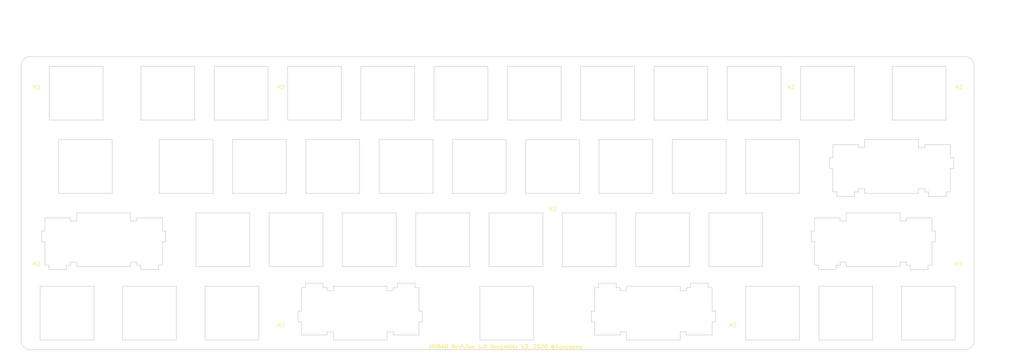
<source format=kicad_pcb>
(kicad_pcb (version 20171130) (host pcbnew "(5.1.8-0-10_14)")

  (general
    (thickness 1.6)
    (drawings 13)
    (tracks 0)
    (zones 0)
    (modules 55)
    (nets 1)
  )

  (page A4)
  (layers
    (0 F.Cu signal)
    (31 B.Cu signal)
    (32 B.Adhes user)
    (33 F.Adhes user)
    (34 B.Paste user)
    (35 F.Paste user)
    (36 B.SilkS user)
    (37 F.SilkS user)
    (38 B.Mask user)
    (39 F.Mask user)
    (40 Dwgs.User user)
    (41 Cmts.User user)
    (42 Eco1.User user)
    (43 Eco2.User user)
    (44 Edge.Cuts user)
    (45 Margin user)
    (46 B.CrtYd user)
    (47 F.CrtYd user)
    (48 B.Fab user)
    (49 F.Fab user)
  )

  (setup
    (last_trace_width 0.25)
    (user_trace_width 0.4318)
    (user_trace_width 0.508)
    (trace_clearance 0.2)
    (zone_clearance 0.508)
    (zone_45_only no)
    (trace_min 0.2)
    (via_size 0.8)
    (via_drill 0.4)
    (via_min_size 0.4)
    (via_min_drill 0.3)
    (uvia_size 0.3)
    (uvia_drill 0.1)
    (uvias_allowed no)
    (uvia_min_size 0.2)
    (uvia_min_drill 0.1)
    (edge_width 0.15)
    (segment_width 0.2)
    (pcb_text_width 0.25)
    (pcb_text_size 1 1)
    (mod_edge_width 0.15)
    (mod_text_size 1 1)
    (mod_text_width 0.15)
    (pad_size 2.2 2.2)
    (pad_drill 2.2)
    (pad_to_mask_clearance 0.051)
    (solder_mask_min_width 0.25)
    (aux_axis_origin 29.2735 70.485)
    (grid_origin 29.2735 70.485)
    (visible_elements 7FFFFFFF)
    (pcbplotparams
      (layerselection 0x01020_7fffffff)
      (usegerberextensions false)
      (usegerberattributes false)
      (usegerberadvancedattributes false)
      (creategerberjobfile false)
      (excludeedgelayer true)
      (linewidth 0.100000)
      (plotframeref false)
      (viasonmask false)
      (mode 1)
      (useauxorigin false)
      (hpglpennumber 1)
      (hpglpenspeed 20)
      (hpglpendiameter 15.000000)
      (psnegative false)
      (psa4output false)
      (plotreference true)
      (plotvalue true)
      (plotinvisibletext false)
      (padsonsilk false)
      (subtractmaskfromsilk false)
      (outputformat 1)
      (mirror false)
      (drillshape 0)
      (scaleselection 1)
      (outputdirectory "hkb40_plate"))
  )

  (net 0 "")

  (net_class Default "This is the default net class."
    (clearance 0.2)
    (trace_width 0.25)
    (via_dia 0.8)
    (via_drill 0.4)
    (uvia_dia 0.3)
    (uvia_drill 0.1)
  )

  (net_class Power ""
    (clearance 0.2)
    (trace_width 0.508)
    (via_dia 0.8)
    (via_drill 0.4)
    (uvia_dia 0.3)
    (uvia_drill 0.1)
  )

  (module HKB44:MX_PLATE_150H (layer F.Cu) (tedit 5EE5CDF1) (tstamp 5FD923DC)
    (at 29.2735 70.485)
    (fp_text reference 150u (at 0 3.048) (layer F.SilkS) hide
      (effects (font (size 1.27 1.524) (thickness 0.2032)))
    )
    (fp_text value PLATE (at 0 5.08) (layer F.SilkS) hide
      (effects (font (size 1.27 1.524) (thickness 0.2032)))
    )
    (fp_text user 1.50u (at -10.4775 8.255) (layer Dwgs.User)
      (effects (font (size 1.524 1.524) (thickness 0.3048)))
    )
    (fp_line (start -14.1605 -9.398) (end 14.1605 -9.398) (layer Dwgs.User) (width 0.1524))
    (fp_line (start 14.1605 -9.398) (end 14.1605 9.398) (layer Dwgs.User) (width 0.1524))
    (fp_line (start 14.1605 9.398) (end -14.1605 9.398) (layer Dwgs.User) (width 0.1524))
    (fp_line (start -14.1605 9.398) (end -14.1605 -9.398) (layer Dwgs.User) (width 0.1524))
    (fp_line (start -6.985 -6.985) (end 6.985 -6.985) (layer Edge.Cuts) (width 0.1524))
    (fp_line (start 6.985 -6.985) (end 6.985 6.985) (layer Edge.Cuts) (width 0.1524))
    (fp_line (start 6.985 6.985) (end -6.985 6.985) (layer Edge.Cuts) (width 0.1524))
    (fp_line (start -6.985 6.985) (end -6.985 -6.985) (layer Edge.Cuts) (width 0.1524))
    (fp_line (start -0.254 0) (end 0.254 0) (layer Dwgs.User) (width 0.05))
    (fp_line (start 0 -0.254) (end 0 0.254) (layer Dwgs.User) (width 0.05))
  )

  (module HKB44:MX_PLATE_100H (layer F.Cu) (tedit 5EE5CDE1) (tstamp 5FD94148)
    (at 229.2985 127.635)
    (fp_text reference SW1 (at 0 3.175) (layer F.SilkS) hide
      (effects (font (size 1.27 1.524) (thickness 0.2032)))
    )
    (fp_text value PLATE (at 0 5.08) (layer F.SilkS) hide
      (effects (font (size 1.27 1.524) (thickness 0.2032)))
    )
    (fp_text user 1.00u (at -5.715 8.255) (layer Dwgs.User)
      (effects (font (size 1.524 1.524) (thickness 0.3048)))
    )
    (fp_line (start -9.398 -9.398) (end 9.398 -9.398) (layer Dwgs.User) (width 0.1524))
    (fp_line (start 9.398 -9.398) (end 9.398 9.398) (layer Dwgs.User) (width 0.1524))
    (fp_line (start 9.398 9.398) (end -9.398 9.398) (layer Dwgs.User) (width 0.1524))
    (fp_line (start -9.398 9.398) (end -9.398 -9.398) (layer Dwgs.User) (width 0.1524))
    (fp_line (start -6.985 -6.985) (end 6.985 -6.985) (layer Edge.Cuts) (width 0.1524))
    (fp_line (start 6.985 -6.985) (end 6.985 6.985) (layer Edge.Cuts) (width 0.1524))
    (fp_line (start 6.985 6.985) (end -6.985 6.985) (layer Edge.Cuts) (width 0.1524))
    (fp_line (start -6.985 6.985) (end -6.985 -6.985) (layer Edge.Cuts) (width 0.1524))
    (fp_line (start -0.254 0) (end 0.254 0) (layer Dwgs.User) (width 0.05))
    (fp_line (start 0 -0.254) (end 0 0.254) (layer Dwgs.User) (width 0.05))
  )

  (module HKB44:MX_PLATE_100H (layer F.Cu) (tedit 5EE5CDE1) (tstamp 5FD9521C)
    (at 72.136 70.485)
    (fp_text reference SW1 (at 0 3.175) (layer F.SilkS) hide
      (effects (font (size 1.27 1.524) (thickness 0.2032)))
    )
    (fp_text value PLATE (at 0 5.08) (layer F.SilkS) hide
      (effects (font (size 1.27 1.524) (thickness 0.2032)))
    )
    (fp_text user 1.00u (at -5.715 8.255) (layer Dwgs.User)
      (effects (font (size 1.524 1.524) (thickness 0.3048)))
    )
    (fp_line (start -9.398 -9.398) (end 9.398 -9.398) (layer Dwgs.User) (width 0.1524))
    (fp_line (start 9.398 -9.398) (end 9.398 9.398) (layer Dwgs.User) (width 0.1524))
    (fp_line (start 9.398 9.398) (end -9.398 9.398) (layer Dwgs.User) (width 0.1524))
    (fp_line (start -9.398 9.398) (end -9.398 -9.398) (layer Dwgs.User) (width 0.1524))
    (fp_line (start -6.985 -6.985) (end 6.985 -6.985) (layer Edge.Cuts) (width 0.1524))
    (fp_line (start 6.985 -6.985) (end 6.985 6.985) (layer Edge.Cuts) (width 0.1524))
    (fp_line (start 6.985 6.985) (end -6.985 6.985) (layer Edge.Cuts) (width 0.1524))
    (fp_line (start -6.985 6.985) (end -6.985 -6.985) (layer Edge.Cuts) (width 0.1524))
    (fp_line (start -0.254 0) (end 0.254 0) (layer Dwgs.User) (width 0.05))
    (fp_line (start 0 -0.254) (end 0 0.254) (layer Dwgs.User) (width 0.05))
  )

  (module HKB44:MX_PLATE_100H (layer F.Cu) (tedit 5EE5CDE1) (tstamp 5FD98C11)
    (at 53.086 70.485)
    (fp_text reference SW1 (at 0 3.175) (layer F.SilkS) hide
      (effects (font (size 1.27 1.524) (thickness 0.2032)))
    )
    (fp_text value PLATE (at 0 5.08) (layer F.SilkS) hide
      (effects (font (size 1.27 1.524) (thickness 0.2032)))
    )
    (fp_line (start 0 -0.254) (end 0 0.254) (layer Dwgs.User) (width 0.05))
    (fp_line (start -0.254 0) (end 0.254 0) (layer Dwgs.User) (width 0.05))
    (fp_line (start -6.985 6.985) (end -6.985 -6.985) (layer Edge.Cuts) (width 0.1524))
    (fp_line (start 6.985 6.985) (end -6.985 6.985) (layer Edge.Cuts) (width 0.1524))
    (fp_line (start 6.985 -6.985) (end 6.985 6.985) (layer Edge.Cuts) (width 0.1524))
    (fp_line (start -6.985 -6.985) (end 6.985 -6.985) (layer Edge.Cuts) (width 0.1524))
    (fp_line (start -9.398 9.398) (end -9.398 -9.398) (layer Dwgs.User) (width 0.1524))
    (fp_line (start 9.398 9.398) (end -9.398 9.398) (layer Dwgs.User) (width 0.1524))
    (fp_line (start 9.398 -9.398) (end 9.398 9.398) (layer Dwgs.User) (width 0.1524))
    (fp_line (start -9.398 -9.398) (end 9.398 -9.398) (layer Dwgs.User) (width 0.1524))
    (fp_text user 1.00u (at -5.715 8.255) (layer Dwgs.User)
      (effects (font (size 1.524 1.524) (thickness 0.3048)))
    )
  )

  (module MountingHole:MountingHole_2.2mm_M2 (layer F.Cu) (tedit 56D1B4CB) (tstamp 5FD98876)
    (at 258.66725 64.92875)
    (descr "Mounting Hole 2.2mm, no annular, M2")
    (tags "mounting hole 2.2mm no annular m2")
    (attr virtual)
    (fp_text reference M2 (at 0 3.96875) (layer F.SilkS)
      (effects (font (size 1 1) (thickness 0.15)))
    )
    (fp_text value MountingHole_2.2mm_M2 (at 0 3.2) (layer F.Fab)
      (effects (font (size 1 1) (thickness 0.15)))
    )
    (fp_text user %R (at 0.3 0) (layer F.Fab)
      (effects (font (size 1 1) (thickness 0.15)))
    )
    (fp_circle (center 0 0) (end 2.2 0) (layer Cmts.User) (width 0.15))
    (fp_circle (center 0 0) (end 2.45 0) (layer F.CrtYd) (width 0.05))
    (pad 1 np_thru_hole circle (at 0 0) (size 2.2 2.2) (drill 2.2) (layers *.Cu *.Mask))
  )

  (module MountingHole:MountingHole_2.2mm_M2 (layer F.Cu) (tedit 56D1B4CB) (tstamp 5FD9883D)
    (at 215.011 64.92875)
    (descr "Mounting Hole 2.2mm, no annular, M2")
    (tags "mounting hole 2.2mm no annular m2")
    (attr virtual)
    (fp_text reference M2 (at 0 3.96875) (layer F.SilkS)
      (effects (font (size 1 1) (thickness 0.15)))
    )
    (fp_text value MountingHole_2.2mm_M2 (at 0 3.2) (layer F.Fab)
      (effects (font (size 1 1) (thickness 0.15)))
    )
    (fp_text user %R (at 0.3 0) (layer F.Fab)
      (effects (font (size 1 1) (thickness 0.15)))
    )
    (fp_circle (center 0 0) (end 2.2 0) (layer Cmts.User) (width 0.15))
    (fp_circle (center 0 0) (end 2.45 0) (layer F.CrtYd) (width 0.05))
    (pad 1 np_thru_hole circle (at 0 0) (size 2.2 2.2) (drill 2.2) (layers *.Cu *.Mask))
  )

  (module MountingHole:MountingHole_2.2mm_M2 (layer F.Cu) (tedit 56D1B4CB) (tstamp 5FD987CB)
    (at 258.66725 118.11)
    (descr "Mounting Hole 2.2mm, no annular, M2")
    (tags "mounting hole 2.2mm no annular m2")
    (attr virtual)
    (fp_text reference M2 (at 0 -3.2) (layer F.SilkS)
      (effects (font (size 1 1) (thickness 0.15)))
    )
    (fp_text value MountingHole_2.2mm_M2 (at 0 3.2) (layer F.Fab)
      (effects (font (size 1 1) (thickness 0.15)))
    )
    (fp_text user %R (at 0.3 0) (layer F.Fab)
      (effects (font (size 1 1) (thickness 0.15)))
    )
    (fp_circle (center 0 0) (end 2.2 0) (layer Cmts.User) (width 0.15))
    (fp_circle (center 0 0) (end 2.45 0) (layer F.CrtYd) (width 0.05))
    (pad 1 np_thru_hole circle (at 0 0) (size 2.2 2.2) (drill 2.2) (layers *.Cu *.Mask))
  )

  (module MountingHole:MountingHole_2.2mm_M2 (layer F.Cu) (tedit 56D1B4CB) (tstamp 5FD98792)
    (at 199.92975 133.985)
    (descr "Mounting Hole 2.2mm, no annular, M2")
    (tags "mounting hole 2.2mm no annular m2")
    (attr virtual)
    (fp_text reference M2 (at 0 -3.2) (layer F.SilkS)
      (effects (font (size 1 1) (thickness 0.15)))
    )
    (fp_text value MountingHole_2.2mm_M2 (at 0 3.2) (layer F.Fab)
      (effects (font (size 1 1) (thickness 0.15)))
    )
    (fp_text user %R (at 0.3 0) (layer F.Fab)
      (effects (font (size 1 1) (thickness 0.15)))
    )
    (fp_circle (center 0 0) (end 2.2 0) (layer Cmts.User) (width 0.15))
    (fp_circle (center 0 0) (end 2.45 0) (layer F.CrtYd) (width 0.05))
    (pad 1 np_thru_hole circle (at 0 0) (size 2.2 2.2) (drill 2.2) (layers *.Cu *.Mask))
  )

  (module MountingHole:MountingHole_2.2mm_M2 (layer F.Cu) (tedit 56D1B4CB) (tstamp 5FD986F6)
    (at 153.0985 103.8225)
    (descr "Mounting Hole 2.2mm, no annular, M2")
    (tags "mounting hole 2.2mm no annular m2")
    (attr virtual)
    (fp_text reference M2 (at 0 -3.2) (layer F.SilkS)
      (effects (font (size 1 1) (thickness 0.15)))
    )
    (fp_text value MountingHole_2.2mm_M2 (at 0 3.2) (layer F.Fab)
      (effects (font (size 1 1) (thickness 0.15)))
    )
    (fp_text user %R (at 0.3 0) (layer F.Fab)
      (effects (font (size 1 1) (thickness 0.15)))
    )
    (fp_circle (center 0 0) (end 2.2 0) (layer Cmts.User) (width 0.15))
    (fp_circle (center 0 0) (end 2.45 0) (layer F.CrtYd) (width 0.05))
    (pad 1 np_thru_hole circle (at 0 0) (size 2.2 2.2) (drill 2.2) (layers *.Cu *.Mask))
  )

  (module MountingHole:MountingHole_2.2mm_M2 (layer F.Cu) (tedit 56D1B4CB) (tstamp 5FD986BD)
    (at 82.45475 133.985)
    (descr "Mounting Hole 2.2mm, no annular, M2")
    (tags "mounting hole 2.2mm no annular m2")
    (attr virtual)
    (fp_text reference M2 (at 0 -3.2) (layer F.SilkS)
      (effects (font (size 1 1) (thickness 0.15)))
    )
    (fp_text value MountingHole_2.2mm_M2 (at 0 3.2) (layer F.Fab)
      (effects (font (size 1 1) (thickness 0.15)))
    )
    (fp_text user %R (at 0.3 0) (layer F.Fab)
      (effects (font (size 1 1) (thickness 0.15)))
    )
    (fp_circle (center 0 0) (end 2.2 0) (layer Cmts.User) (width 0.15))
    (fp_circle (center 0 0) (end 2.45 0) (layer F.CrtYd) (width 0.05))
    (pad 1 np_thru_hole circle (at 0 0) (size 2.2 2.2) (drill 2.2) (layers *.Cu *.Mask))
  )

  (module MountingHole:MountingHole_2.2mm_M2 (layer F.Cu) (tedit 56D1B4CB) (tstamp 5FD98684)
    (at 81.661 64.92875)
    (descr "Mounting Hole 2.2mm, no annular, M2")
    (tags "mounting hole 2.2mm no annular m2")
    (attr virtual)
    (fp_text reference M2 (at 0.79375 3.96875) (layer F.SilkS)
      (effects (font (size 1 1) (thickness 0.15)))
    )
    (fp_text value MountingHole_2.2mm_M2 (at 0 3.2) (layer F.Fab)
      (effects (font (size 1 1) (thickness 0.15)))
    )
    (fp_text user %R (at 0.3 0) (layer F.Fab)
      (effects (font (size 1 1) (thickness 0.15)))
    )
    (fp_circle (center 0 0) (end 2.2 0) (layer Cmts.User) (width 0.15))
    (fp_circle (center 0 0) (end 2.45 0) (layer F.CrtYd) (width 0.05))
    (pad 1 np_thru_hole circle (at 0 0) (size 2.2 2.2) (drill 2.2) (layers *.Cu *.Mask))
  )

  (module MountingHole:MountingHole_2.2mm_M2 (layer F.Cu) (tedit 56D1B4CB) (tstamp 5FD9864B)
    (at 18.95475 118.11)
    (descr "Mounting Hole 2.2mm, no annular, M2")
    (tags "mounting hole 2.2mm no annular m2")
    (attr virtual)
    (fp_text reference M2 (at 0 -3.2) (layer F.SilkS)
      (effects (font (size 1 1) (thickness 0.15)))
    )
    (fp_text value MountingHole_2.2mm_M2 (at 0 3.2) (layer F.Fab)
      (effects (font (size 1 1) (thickness 0.15)))
    )
    (fp_text user %R (at 0.3 0) (layer F.Fab)
      (effects (font (size 1 1) (thickness 0.15)))
    )
    (fp_circle (center 0 0) (end 2.2 0) (layer Cmts.User) (width 0.15))
    (fp_circle (center 0 0) (end 2.45 0) (layer F.CrtYd) (width 0.05))
    (pad 1 np_thru_hole circle (at 0 0) (size 2.2 2.2) (drill 2.2) (layers *.Cu *.Mask))
  )

  (module MountingHole:MountingHole_2.2mm_M2 (layer F.Cu) (tedit 56D1B4CB) (tstamp 5FD98FF1)
    (at 18.95475 64.92875)
    (descr "Mounting Hole 2.2mm, no annular, M2")
    (tags "mounting hole 2.2mm no annular m2")
    (attr virtual)
    (fp_text reference M2 (at 0 3.96875) (layer F.SilkS)
      (effects (font (size 1 1) (thickness 0.15)))
    )
    (fp_text value MountingHole_2.2mm_M2 (at 0 3.2) (layer F.Fab)
      (effects (font (size 1 1) (thickness 0.15)))
    )
    (fp_text user %R (at 0.3 0) (layer F.Fab)
      (effects (font (size 1 1) (thickness 0.15)))
    )
    (fp_circle (center 0 0) (end 2.2 0) (layer Cmts.User) (width 0.15))
    (fp_circle (center 0 0) (end 2.45 0) (layer F.CrtYd) (width 0.05))
    (pad 1 np_thru_hole circle (at 0 0) (size 2.2 2.2) (drill 2.2) (layers *.Cu *.Mask))
  )

  (module HKB44:MX_PLATE_275H (layer F.Cu) (tedit 5EE5CF12) (tstamp 5FD96C3F)
    (at 236.44225 108.585)
    (fp_text reference 275u (at 0 3.1877) (layer F.SilkS) hide
      (effects (font (size 1.27 1.524) (thickness 0.2032)))
    )
    (fp_text value PLATE (at 0 5.08) (layer F.SilkS) hide
      (effects (font (size 1.27 1.524) (thickness 0.2032)))
    )
    (fp_text user 2.75u (at -22.38502 8.255) (layer Dwgs.User)
      (effects (font (size 1.524 1.524) (thickness 0.3048)))
    )
    (fp_line (start 15.367 10.16) (end 15.367 -7.62) (layer Cmts.User) (width 0.1524))
    (fp_line (start -15.367 10.16) (end 15.367 10.16) (layer Cmts.User) (width 0.1524))
    (fp_line (start -15.367 -7.62) (end -15.367 10.16) (layer Cmts.User) (width 0.1524))
    (fp_line (start -8.509 -7.62) (end -15.367 -7.62) (layer Cmts.User) (width 0.1524))
    (fp_line (start -8.509 7.62) (end -8.509 -7.62) (layer Cmts.User) (width 0.1524))
    (fp_line (start 8.509 7.62) (end -8.509 7.62) (layer Cmts.User) (width 0.1524))
    (fp_line (start 8.509 -7.62) (end 8.509 7.62) (layer Cmts.User) (width 0.1524))
    (fp_line (start 15.367 -7.62) (end 8.509 -7.62) (layer Cmts.User) (width 0.1524))
    (fp_line (start -6.985 -4.8768) (end -6.985 -6.985) (layer Edge.Cuts) (width 0.1524))
    (fp_line (start -8.6106 -4.8768) (end -6.985 -4.8768) (layer Edge.Cuts) (width 0.1524))
    (fp_line (start -8.6106 -5.6896) (end -8.6106 -4.8768) (layer Edge.Cuts) (width 0.1524))
    (fp_line (start -15.2654 -5.6896) (end -8.6106 -5.6896) (layer Edge.Cuts) (width 0.1524))
    (fp_line (start -15.2654 -2.286) (end -15.2654 -5.6896) (layer Edge.Cuts) (width 0.1524))
    (fp_line (start -16.129 -2.286) (end -15.2654 -2.286) (layer Edge.Cuts) (width 0.1524))
    (fp_line (start -16.129 0.508) (end -16.129 -2.286) (layer Edge.Cuts) (width 0.1524))
    (fp_line (start -15.2654 0.508) (end -16.129 0.508) (layer Edge.Cuts) (width 0.1524))
    (fp_line (start -15.2654 6.604) (end -15.2654 0.508) (layer Edge.Cuts) (width 0.1524))
    (fp_line (start -14.224 6.604) (end -15.2654 6.604) (layer Edge.Cuts) (width 0.1524))
    (fp_line (start -14.224 7.7724) (end -14.224 6.604) (layer Edge.Cuts) (width 0.1524))
    (fp_line (start -9.652 7.7724) (end -14.224 7.7724) (layer Edge.Cuts) (width 0.1524))
    (fp_line (start -9.652 6.604) (end -9.652 7.7724) (layer Edge.Cuts) (width 0.1524))
    (fp_line (start -8.6106 6.604) (end -9.652 6.604) (layer Edge.Cuts) (width 0.1524))
    (fp_line (start -8.6106 5.8166) (end -8.6106 6.604) (layer Edge.Cuts) (width 0.1524))
    (fp_line (start -6.985 5.8166) (end -8.6106 5.8166) (layer Edge.Cuts) (width 0.1524))
    (fp_line (start -6.985 6.985) (end -6.985 5.8166) (layer Edge.Cuts) (width 0.1524))
    (fp_line (start 6.985 6.985) (end -6.985 6.985) (layer Edge.Cuts) (width 0.1524))
    (fp_line (start 6.985 5.8166) (end 6.985 6.985) (layer Edge.Cuts) (width 0.1524))
    (fp_line (start 8.6106 5.8166) (end 6.985 5.8166) (layer Edge.Cuts) (width 0.1524))
    (fp_line (start 8.6106 6.604) (end 8.6106 5.8166) (layer Edge.Cuts) (width 0.1524))
    (fp_line (start 9.652 6.604) (end 8.6106 6.604) (layer Edge.Cuts) (width 0.1524))
    (fp_line (start 9.652 7.7724) (end 9.652 6.604) (layer Edge.Cuts) (width 0.1524))
    (fp_line (start 14.224 7.7724) (end 9.652 7.7724) (layer Edge.Cuts) (width 0.1524))
    (fp_line (start 14.224 6.604) (end 14.224 7.7724) (layer Edge.Cuts) (width 0.1524))
    (fp_line (start 15.2654 6.604) (end 14.224 6.604) (layer Edge.Cuts) (width 0.1524))
    (fp_line (start 15.2654 0.508) (end 15.2654 6.604) (layer Edge.Cuts) (width 0.1524))
    (fp_line (start 16.129 0.508) (end 15.2654 0.508) (layer Edge.Cuts) (width 0.1524))
    (fp_line (start 16.129 -2.286) (end 16.129 0.508) (layer Edge.Cuts) (width 0.1524))
    (fp_line (start 15.2654 -2.286) (end 16.129 -2.286) (layer Edge.Cuts) (width 0.1524))
    (fp_line (start 15.2654 -5.6896) (end 15.2654 -2.286) (layer Edge.Cuts) (width 0.1524))
    (fp_line (start 8.6106 -5.6896) (end 15.2654 -5.6896) (layer Edge.Cuts) (width 0.1524))
    (fp_line (start 8.6106 -4.8768) (end 8.6106 -5.6896) (layer Edge.Cuts) (width 0.1524))
    (fp_line (start 6.985 -4.8768) (end 8.6106 -4.8768) (layer Edge.Cuts) (width 0.1524))
    (fp_line (start 6.985 -6.985) (end 6.985 -4.8768) (layer Edge.Cuts) (width 0.1524))
    (fp_line (start -6.985 -6.985) (end 6.985 -6.985) (layer Edge.Cuts) (width 0.1524))
    (fp_line (start -26.06802 9.398) (end -26.06802 -9.398) (layer Dwgs.User) (width 0.1524))
    (fp_line (start 26.06802 9.398) (end -26.06802 9.398) (layer Dwgs.User) (width 0.1524))
    (fp_line (start 26.06802 -9.398) (end 26.06802 9.398) (layer Dwgs.User) (width 0.1524))
    (fp_line (start -26.06802 -9.398) (end 26.06802 -9.398) (layer Dwgs.User) (width 0.1524))
    (fp_line (start -0.254 0) (end 0.254 0) (layer Dwgs.User) (width 0.05))
    (fp_line (start 0 -0.254) (end 0 0.254) (layer Dwgs.User) (width 0.05))
  )

  (module HKB44:MX_PLATE_225H (layer F.Cu) (tedit 5EE5CEF4) (tstamp 5FD960DF)
    (at 241.20475 89.535)
    (fp_text reference 225u (at 0 3.175) (layer F.SilkS) hide
      (effects (font (size 1.27 1.524) (thickness 0.2032)))
    )
    (fp_text value PLATE (at 0 5.08) (layer F.SilkS) hide
      (effects (font (size 1.27 1.524) (thickness 0.2032)))
    )
    (fp_text user 2.25u (at -17.62252 8.255) (layer Dwgs.User)
      (effects (font (size 1.524 1.524) (thickness 0.3048)))
    )
    (fp_line (start -21.30552 -9.398) (end 21.30552 -9.398) (layer Dwgs.User) (width 0.1524))
    (fp_line (start 21.30552 -9.398) (end 21.30552 9.398) (layer Dwgs.User) (width 0.1524))
    (fp_line (start 21.30552 9.398) (end -21.30552 9.398) (layer Dwgs.User) (width 0.1524))
    (fp_line (start -21.30552 9.398) (end -21.30552 -9.398) (layer Dwgs.User) (width 0.1524))
    (fp_line (start -6.985 -6.985) (end 6.985 -6.985) (layer Edge.Cuts) (width 0.1524))
    (fp_line (start 6.985 -6.985) (end 6.985 -4.8768) (layer Edge.Cuts) (width 0.1524))
    (fp_line (start 6.985 -4.8768) (end 8.6106 -4.8768) (layer Edge.Cuts) (width 0.1524))
    (fp_line (start 8.6106 -4.8768) (end 8.6106 -5.6896) (layer Edge.Cuts) (width 0.1524))
    (fp_line (start 8.6106 -5.6896) (end 15.2654 -5.6896) (layer Edge.Cuts) (width 0.1524))
    (fp_line (start 15.2654 -5.6896) (end 15.2654 -2.286) (layer Edge.Cuts) (width 0.1524))
    (fp_line (start 15.2654 -2.286) (end 16.129 -2.286) (layer Edge.Cuts) (width 0.1524))
    (fp_line (start 16.129 -2.286) (end 16.129 0.508) (layer Edge.Cuts) (width 0.1524))
    (fp_line (start 16.129 0.508) (end 15.2654 0.508) (layer Edge.Cuts) (width 0.1524))
    (fp_line (start 15.2654 0.508) (end 15.2654 6.604) (layer Edge.Cuts) (width 0.1524))
    (fp_line (start 15.2654 6.604) (end 14.224 6.604) (layer Edge.Cuts) (width 0.1524))
    (fp_line (start 14.224 6.604) (end 14.224 7.7724) (layer Edge.Cuts) (width 0.1524))
    (fp_line (start 14.224 7.7724) (end 9.652 7.7724) (layer Edge.Cuts) (width 0.1524))
    (fp_line (start 9.652 7.7724) (end 9.652 6.604) (layer Edge.Cuts) (width 0.1524))
    (fp_line (start 9.652 6.604) (end 8.6106 6.604) (layer Edge.Cuts) (width 0.1524))
    (fp_line (start 8.6106 6.604) (end 8.6106 5.8166) (layer Edge.Cuts) (width 0.1524))
    (fp_line (start 8.6106 5.8166) (end 6.985 5.8166) (layer Edge.Cuts) (width 0.1524))
    (fp_line (start 6.985 5.8166) (end 6.985 6.985) (layer Edge.Cuts) (width 0.1524))
    (fp_line (start 6.985 6.985) (end -6.985 6.985) (layer Edge.Cuts) (width 0.1524))
    (fp_line (start -6.985 6.985) (end -6.985 5.8166) (layer Edge.Cuts) (width 0.1524))
    (fp_line (start -6.985 5.8166) (end -8.6106 5.8166) (layer Edge.Cuts) (width 0.1524))
    (fp_line (start -8.6106 5.8166) (end -8.6106 6.604) (layer Edge.Cuts) (width 0.1524))
    (fp_line (start -8.6106 6.604) (end -9.652 6.604) (layer Edge.Cuts) (width 0.1524))
    (fp_line (start -9.652 6.604) (end -9.652 7.7724) (layer Edge.Cuts) (width 0.1524))
    (fp_line (start -9.652 7.7724) (end -14.224 7.7724) (layer Edge.Cuts) (width 0.1524))
    (fp_line (start -14.224 7.7724) (end -14.224 6.604) (layer Edge.Cuts) (width 0.1524))
    (fp_line (start -14.224 6.604) (end -15.2654 6.604) (layer Edge.Cuts) (width 0.1524))
    (fp_line (start -15.2654 6.604) (end -15.2654 0.508) (layer Edge.Cuts) (width 0.1524))
    (fp_line (start -15.2654 0.508) (end -16.129 0.508) (layer Edge.Cuts) (width 0.1524))
    (fp_line (start -16.129 0.508) (end -16.129 -2.286) (layer Edge.Cuts) (width 0.1524))
    (fp_line (start -16.129 -2.286) (end -15.2654 -2.286) (layer Edge.Cuts) (width 0.1524))
    (fp_line (start -15.2654 -2.286) (end -15.2654 -5.6896) (layer Edge.Cuts) (width 0.1524))
    (fp_line (start -15.2654 -5.6896) (end -8.6106 -5.6896) (layer Edge.Cuts) (width 0.1524))
    (fp_line (start -8.6106 -5.6896) (end -8.6106 -4.8768) (layer Edge.Cuts) (width 0.1524))
    (fp_line (start -8.6106 -4.8768) (end -6.985 -4.8768) (layer Edge.Cuts) (width 0.1524))
    (fp_line (start -6.985 -4.8768) (end -6.985 -6.985) (layer Edge.Cuts) (width 0.1524))
    (fp_line (start 15.367 -7.62) (end 8.509 -7.62) (layer Cmts.User) (width 0.1524))
    (fp_line (start 8.509 -7.62) (end 8.509 7.62) (layer Cmts.User) (width 0.1524))
    (fp_line (start 8.509 7.62) (end -8.509 7.62) (layer Cmts.User) (width 0.1524))
    (fp_line (start -8.509 7.62) (end -8.509 -7.62) (layer Cmts.User) (width 0.1524))
    (fp_line (start -8.509 -7.62) (end -15.367 -7.62) (layer Cmts.User) (width 0.1524))
    (fp_line (start -15.367 -7.62) (end -15.367 10.16) (layer Cmts.User) (width 0.1524))
    (fp_line (start -15.367 10.16) (end 15.367 10.16) (layer Cmts.User) (width 0.1524))
    (fp_line (start 15.367 10.16) (end 15.367 -7.62) (layer Cmts.User) (width 0.1524))
    (fp_line (start -0.254 0) (end 0.254 0) (layer Dwgs.User) (width 0.05))
    (fp_line (start 0 -0.254) (end 0 0.254) (layer Dwgs.User) (width 0.05))
  )

  (module HKB44:MX_PLATE_150H (layer F.Cu) (tedit 5EE5CDF1) (tstamp 5FD95BA0)
    (at 248.3485 70.485)
    (fp_text reference 150u (at 0 3.048) (layer F.SilkS) hide
      (effects (font (size 1.27 1.524) (thickness 0.2032)))
    )
    (fp_text value PLATE (at 0 5.08) (layer F.SilkS) hide
      (effects (font (size 1.27 1.524) (thickness 0.2032)))
    )
    (fp_text user 1.50u (at -10.4775 8.255) (layer Dwgs.User)
      (effects (font (size 1.524 1.524) (thickness 0.3048)))
    )
    (fp_line (start -14.1605 -9.398) (end 14.1605 -9.398) (layer Dwgs.User) (width 0.1524))
    (fp_line (start 14.1605 -9.398) (end 14.1605 9.398) (layer Dwgs.User) (width 0.1524))
    (fp_line (start 14.1605 9.398) (end -14.1605 9.398) (layer Dwgs.User) (width 0.1524))
    (fp_line (start -14.1605 9.398) (end -14.1605 -9.398) (layer Dwgs.User) (width 0.1524))
    (fp_line (start -6.985 -6.985) (end 6.985 -6.985) (layer Edge.Cuts) (width 0.1524))
    (fp_line (start 6.985 -6.985) (end 6.985 6.985) (layer Edge.Cuts) (width 0.1524))
    (fp_line (start 6.985 6.985) (end -6.985 6.985) (layer Edge.Cuts) (width 0.1524))
    (fp_line (start -6.985 6.985) (end -6.985 -6.985) (layer Edge.Cuts) (width 0.1524))
    (fp_line (start -0.254 0) (end 0.254 0) (layer Dwgs.User) (width 0.05))
    (fp_line (start 0 -0.254) (end 0 0.254) (layer Dwgs.User) (width 0.05))
  )

  (module HKB44:MX_PLATE_100H (layer F.Cu) (tedit 5EE5CDE1) (tstamp 5FD953DC)
    (at 200.7235 108.585)
    (fp_text reference SW1 (at 0 3.175) (layer F.SilkS) hide
      (effects (font (size 1.27 1.524) (thickness 0.2032)))
    )
    (fp_text value PLATE (at 0 5.08) (layer F.SilkS) hide
      (effects (font (size 1.27 1.524) (thickness 0.2032)))
    )
    (fp_text user 1.00u (at -5.715 8.255) (layer Dwgs.User)
      (effects (font (size 1.524 1.524) (thickness 0.3048)))
    )
    (fp_line (start -9.398 -9.398) (end 9.398 -9.398) (layer Dwgs.User) (width 0.1524))
    (fp_line (start 9.398 -9.398) (end 9.398 9.398) (layer Dwgs.User) (width 0.1524))
    (fp_line (start 9.398 9.398) (end -9.398 9.398) (layer Dwgs.User) (width 0.1524))
    (fp_line (start -9.398 9.398) (end -9.398 -9.398) (layer Dwgs.User) (width 0.1524))
    (fp_line (start -6.985 -6.985) (end 6.985 -6.985) (layer Edge.Cuts) (width 0.1524))
    (fp_line (start 6.985 -6.985) (end 6.985 6.985) (layer Edge.Cuts) (width 0.1524))
    (fp_line (start 6.985 6.985) (end -6.985 6.985) (layer Edge.Cuts) (width 0.1524))
    (fp_line (start -6.985 6.985) (end -6.985 -6.985) (layer Edge.Cuts) (width 0.1524))
    (fp_line (start -0.254 0) (end 0.254 0) (layer Dwgs.User) (width 0.05))
    (fp_line (start 0 -0.254) (end 0 0.254) (layer Dwgs.User) (width 0.05))
  )

  (module HKB44:MX_PLATE_100H (layer F.Cu) (tedit 5EE5CDE1) (tstamp 5FD953C0)
    (at 210.2485 89.535)
    (fp_text reference SW1 (at 0 3.175) (layer F.SilkS) hide
      (effects (font (size 1.27 1.524) (thickness 0.2032)))
    )
    (fp_text value PLATE (at 0 5.08) (layer F.SilkS) hide
      (effects (font (size 1.27 1.524) (thickness 0.2032)))
    )
    (fp_line (start 0 -0.254) (end 0 0.254) (layer Dwgs.User) (width 0.05))
    (fp_line (start -0.254 0) (end 0.254 0) (layer Dwgs.User) (width 0.05))
    (fp_line (start -6.985 6.985) (end -6.985 -6.985) (layer Edge.Cuts) (width 0.1524))
    (fp_line (start 6.985 6.985) (end -6.985 6.985) (layer Edge.Cuts) (width 0.1524))
    (fp_line (start 6.985 -6.985) (end 6.985 6.985) (layer Edge.Cuts) (width 0.1524))
    (fp_line (start -6.985 -6.985) (end 6.985 -6.985) (layer Edge.Cuts) (width 0.1524))
    (fp_line (start -9.398 9.398) (end -9.398 -9.398) (layer Dwgs.User) (width 0.1524))
    (fp_line (start 9.398 9.398) (end -9.398 9.398) (layer Dwgs.User) (width 0.1524))
    (fp_line (start 9.398 -9.398) (end 9.398 9.398) (layer Dwgs.User) (width 0.1524))
    (fp_line (start -9.398 -9.398) (end 9.398 -9.398) (layer Dwgs.User) (width 0.1524))
    (fp_text user 1.00u (at -5.715 8.255) (layer Dwgs.User)
      (effects (font (size 1.524 1.524) (thickness 0.3048)))
    )
  )

  (module HKB44:MX_PLATE_100H (layer F.Cu) (tedit 5EE5CDE1) (tstamp 5FD953A4)
    (at 205.486 70.485)
    (fp_text reference SW1 (at 0 3.175) (layer F.SilkS) hide
      (effects (font (size 1.27 1.524) (thickness 0.2032)))
    )
    (fp_text value PLATE (at 0 5.08) (layer F.SilkS) hide
      (effects (font (size 1.27 1.524) (thickness 0.2032)))
    )
    (fp_text user 1.00u (at -5.715 8.255) (layer Dwgs.User)
      (effects (font (size 1.524 1.524) (thickness 0.3048)))
    )
    (fp_line (start -9.398 -9.398) (end 9.398 -9.398) (layer Dwgs.User) (width 0.1524))
    (fp_line (start 9.398 -9.398) (end 9.398 9.398) (layer Dwgs.User) (width 0.1524))
    (fp_line (start 9.398 9.398) (end -9.398 9.398) (layer Dwgs.User) (width 0.1524))
    (fp_line (start -9.398 9.398) (end -9.398 -9.398) (layer Dwgs.User) (width 0.1524))
    (fp_line (start -6.985 -6.985) (end 6.985 -6.985) (layer Edge.Cuts) (width 0.1524))
    (fp_line (start 6.985 -6.985) (end 6.985 6.985) (layer Edge.Cuts) (width 0.1524))
    (fp_line (start 6.985 6.985) (end -6.985 6.985) (layer Edge.Cuts) (width 0.1524))
    (fp_line (start -6.985 6.985) (end -6.985 -6.985) (layer Edge.Cuts) (width 0.1524))
    (fp_line (start -0.254 0) (end 0.254 0) (layer Dwgs.User) (width 0.05))
    (fp_line (start 0 -0.254) (end 0 0.254) (layer Dwgs.User) (width 0.05))
  )

  (module HKB44:MX_PLATE_100H (layer F.Cu) (tedit 5EE5CDE1) (tstamp 5FD95388)
    (at 191.1985 89.535)
    (fp_text reference SW1 (at 0 3.175) (layer F.SilkS) hide
      (effects (font (size 1.27 1.524) (thickness 0.2032)))
    )
    (fp_text value PLATE (at 0 5.08) (layer F.SilkS) hide
      (effects (font (size 1.27 1.524) (thickness 0.2032)))
    )
    (fp_line (start 0 -0.254) (end 0 0.254) (layer Dwgs.User) (width 0.05))
    (fp_line (start -0.254 0) (end 0.254 0) (layer Dwgs.User) (width 0.05))
    (fp_line (start -6.985 6.985) (end -6.985 -6.985) (layer Edge.Cuts) (width 0.1524))
    (fp_line (start 6.985 6.985) (end -6.985 6.985) (layer Edge.Cuts) (width 0.1524))
    (fp_line (start 6.985 -6.985) (end 6.985 6.985) (layer Edge.Cuts) (width 0.1524))
    (fp_line (start -6.985 -6.985) (end 6.985 -6.985) (layer Edge.Cuts) (width 0.1524))
    (fp_line (start -9.398 9.398) (end -9.398 -9.398) (layer Dwgs.User) (width 0.1524))
    (fp_line (start 9.398 9.398) (end -9.398 9.398) (layer Dwgs.User) (width 0.1524))
    (fp_line (start 9.398 -9.398) (end 9.398 9.398) (layer Dwgs.User) (width 0.1524))
    (fp_line (start -9.398 -9.398) (end 9.398 -9.398) (layer Dwgs.User) (width 0.1524))
    (fp_text user 1.00u (at -5.715 8.255) (layer Dwgs.User)
      (effects (font (size 1.524 1.524) (thickness 0.3048)))
    )
  )

  (module HKB44:MX_PLATE_100H (layer F.Cu) (tedit 5EE5CDE1) (tstamp 5FD9536C)
    (at 186.436 70.485)
    (fp_text reference SW1 (at 0 3.175) (layer F.SilkS) hide
      (effects (font (size 1.27 1.524) (thickness 0.2032)))
    )
    (fp_text value PLATE (at 0 5.08) (layer F.SilkS) hide
      (effects (font (size 1.27 1.524) (thickness 0.2032)))
    )
    (fp_text user 1.00u (at -5.715 8.255) (layer Dwgs.User)
      (effects (font (size 1.524 1.524) (thickness 0.3048)))
    )
    (fp_line (start -9.398 -9.398) (end 9.398 -9.398) (layer Dwgs.User) (width 0.1524))
    (fp_line (start 9.398 -9.398) (end 9.398 9.398) (layer Dwgs.User) (width 0.1524))
    (fp_line (start 9.398 9.398) (end -9.398 9.398) (layer Dwgs.User) (width 0.1524))
    (fp_line (start -9.398 9.398) (end -9.398 -9.398) (layer Dwgs.User) (width 0.1524))
    (fp_line (start -6.985 -6.985) (end 6.985 -6.985) (layer Edge.Cuts) (width 0.1524))
    (fp_line (start 6.985 -6.985) (end 6.985 6.985) (layer Edge.Cuts) (width 0.1524))
    (fp_line (start 6.985 6.985) (end -6.985 6.985) (layer Edge.Cuts) (width 0.1524))
    (fp_line (start -6.985 6.985) (end -6.985 -6.985) (layer Edge.Cuts) (width 0.1524))
    (fp_line (start -0.254 0) (end 0.254 0) (layer Dwgs.User) (width 0.05))
    (fp_line (start 0 -0.254) (end 0 0.254) (layer Dwgs.User) (width 0.05))
  )

  (module HKB44:MX_PLATE_100H (layer F.Cu) (tedit 5EE5CDE1) (tstamp 5FD95350)
    (at 167.386 70.485)
    (fp_text reference SW1 (at 0 3.175) (layer F.SilkS) hide
      (effects (font (size 1.27 1.524) (thickness 0.2032)))
    )
    (fp_text value PLATE (at 0 5.08) (layer F.SilkS) hide
      (effects (font (size 1.27 1.524) (thickness 0.2032)))
    )
    (fp_line (start 0 -0.254) (end 0 0.254) (layer Dwgs.User) (width 0.05))
    (fp_line (start -0.254 0) (end 0.254 0) (layer Dwgs.User) (width 0.05))
    (fp_line (start -6.985 6.985) (end -6.985 -6.985) (layer Edge.Cuts) (width 0.1524))
    (fp_line (start 6.985 6.985) (end -6.985 6.985) (layer Edge.Cuts) (width 0.1524))
    (fp_line (start 6.985 -6.985) (end 6.985 6.985) (layer Edge.Cuts) (width 0.1524))
    (fp_line (start -6.985 -6.985) (end 6.985 -6.985) (layer Edge.Cuts) (width 0.1524))
    (fp_line (start -9.398 9.398) (end -9.398 -9.398) (layer Dwgs.User) (width 0.1524))
    (fp_line (start 9.398 9.398) (end -9.398 9.398) (layer Dwgs.User) (width 0.1524))
    (fp_line (start 9.398 -9.398) (end 9.398 9.398) (layer Dwgs.User) (width 0.1524))
    (fp_line (start -9.398 -9.398) (end 9.398 -9.398) (layer Dwgs.User) (width 0.1524))
    (fp_text user 1.00u (at -5.715 8.255) (layer Dwgs.User)
      (effects (font (size 1.524 1.524) (thickness 0.3048)))
    )
  )

  (module HKB44:MX_PLATE_100H (layer F.Cu) (tedit 5EE5CDE1) (tstamp 5FD95334)
    (at 172.1485 89.535)
    (fp_text reference SW1 (at 0 3.175) (layer F.SilkS) hide
      (effects (font (size 1.27 1.524) (thickness 0.2032)))
    )
    (fp_text value PLATE (at 0 5.08) (layer F.SilkS) hide
      (effects (font (size 1.27 1.524) (thickness 0.2032)))
    )
    (fp_text user 1.00u (at -5.715 8.255) (layer Dwgs.User)
      (effects (font (size 1.524 1.524) (thickness 0.3048)))
    )
    (fp_line (start -9.398 -9.398) (end 9.398 -9.398) (layer Dwgs.User) (width 0.1524))
    (fp_line (start 9.398 -9.398) (end 9.398 9.398) (layer Dwgs.User) (width 0.1524))
    (fp_line (start 9.398 9.398) (end -9.398 9.398) (layer Dwgs.User) (width 0.1524))
    (fp_line (start -9.398 9.398) (end -9.398 -9.398) (layer Dwgs.User) (width 0.1524))
    (fp_line (start -6.985 -6.985) (end 6.985 -6.985) (layer Edge.Cuts) (width 0.1524))
    (fp_line (start 6.985 -6.985) (end 6.985 6.985) (layer Edge.Cuts) (width 0.1524))
    (fp_line (start 6.985 6.985) (end -6.985 6.985) (layer Edge.Cuts) (width 0.1524))
    (fp_line (start -6.985 6.985) (end -6.985 -6.985) (layer Edge.Cuts) (width 0.1524))
    (fp_line (start -0.254 0) (end 0.254 0) (layer Dwgs.User) (width 0.05))
    (fp_line (start 0 -0.254) (end 0 0.254) (layer Dwgs.User) (width 0.05))
  )

  (module HKB44:MX_PLATE_100H (layer F.Cu) (tedit 5EE5CDE1) (tstamp 5FD95318)
    (at 181.6735 108.585)
    (fp_text reference SW1 (at 0 3.175) (layer F.SilkS) hide
      (effects (font (size 1.27 1.524) (thickness 0.2032)))
    )
    (fp_text value PLATE (at 0 5.08) (layer F.SilkS) hide
      (effects (font (size 1.27 1.524) (thickness 0.2032)))
    )
    (fp_line (start 0 -0.254) (end 0 0.254) (layer Dwgs.User) (width 0.05))
    (fp_line (start -0.254 0) (end 0.254 0) (layer Dwgs.User) (width 0.05))
    (fp_line (start -6.985 6.985) (end -6.985 -6.985) (layer Edge.Cuts) (width 0.1524))
    (fp_line (start 6.985 6.985) (end -6.985 6.985) (layer Edge.Cuts) (width 0.1524))
    (fp_line (start 6.985 -6.985) (end 6.985 6.985) (layer Edge.Cuts) (width 0.1524))
    (fp_line (start -6.985 -6.985) (end 6.985 -6.985) (layer Edge.Cuts) (width 0.1524))
    (fp_line (start -9.398 9.398) (end -9.398 -9.398) (layer Dwgs.User) (width 0.1524))
    (fp_line (start 9.398 9.398) (end -9.398 9.398) (layer Dwgs.User) (width 0.1524))
    (fp_line (start 9.398 -9.398) (end 9.398 9.398) (layer Dwgs.User) (width 0.1524))
    (fp_line (start -9.398 -9.398) (end 9.398 -9.398) (layer Dwgs.User) (width 0.1524))
    (fp_text user 1.00u (at -5.715 8.255) (layer Dwgs.User)
      (effects (font (size 1.524 1.524) (thickness 0.3048)))
    )
  )

  (module HKB44:MX_PLATE_100H (layer F.Cu) (tedit 5EE5CDE1) (tstamp 5FD952FC)
    (at 162.6235 108.585)
    (fp_text reference SW1 (at 0 3.175) (layer F.SilkS) hide
      (effects (font (size 1.27 1.524) (thickness 0.2032)))
    )
    (fp_text value PLATE (at 0 5.08) (layer F.SilkS) hide
      (effects (font (size 1.27 1.524) (thickness 0.2032)))
    )
    (fp_text user 1.00u (at -5.715 8.255) (layer Dwgs.User)
      (effects (font (size 1.524 1.524) (thickness 0.3048)))
    )
    (fp_line (start -9.398 -9.398) (end 9.398 -9.398) (layer Dwgs.User) (width 0.1524))
    (fp_line (start 9.398 -9.398) (end 9.398 9.398) (layer Dwgs.User) (width 0.1524))
    (fp_line (start 9.398 9.398) (end -9.398 9.398) (layer Dwgs.User) (width 0.1524))
    (fp_line (start -9.398 9.398) (end -9.398 -9.398) (layer Dwgs.User) (width 0.1524))
    (fp_line (start -6.985 -6.985) (end 6.985 -6.985) (layer Edge.Cuts) (width 0.1524))
    (fp_line (start 6.985 -6.985) (end 6.985 6.985) (layer Edge.Cuts) (width 0.1524))
    (fp_line (start 6.985 6.985) (end -6.985 6.985) (layer Edge.Cuts) (width 0.1524))
    (fp_line (start -6.985 6.985) (end -6.985 -6.985) (layer Edge.Cuts) (width 0.1524))
    (fp_line (start -0.254 0) (end 0.254 0) (layer Dwgs.User) (width 0.05))
    (fp_line (start 0 -0.254) (end 0 0.254) (layer Dwgs.User) (width 0.05))
  )

  (module HKB44:MX_PLATE_100H (layer F.Cu) (tedit 5EE5CDE1) (tstamp 5FD952E0)
    (at 153.0985 89.535)
    (fp_text reference SW1 (at 0 3.175) (layer F.SilkS) hide
      (effects (font (size 1.27 1.524) (thickness 0.2032)))
    )
    (fp_text value PLATE (at 0 5.08) (layer F.SilkS) hide
      (effects (font (size 1.27 1.524) (thickness 0.2032)))
    )
    (fp_line (start 0 -0.254) (end 0 0.254) (layer Dwgs.User) (width 0.05))
    (fp_line (start -0.254 0) (end 0.254 0) (layer Dwgs.User) (width 0.05))
    (fp_line (start -6.985 6.985) (end -6.985 -6.985) (layer Edge.Cuts) (width 0.1524))
    (fp_line (start 6.985 6.985) (end -6.985 6.985) (layer Edge.Cuts) (width 0.1524))
    (fp_line (start 6.985 -6.985) (end 6.985 6.985) (layer Edge.Cuts) (width 0.1524))
    (fp_line (start -6.985 -6.985) (end 6.985 -6.985) (layer Edge.Cuts) (width 0.1524))
    (fp_line (start -9.398 9.398) (end -9.398 -9.398) (layer Dwgs.User) (width 0.1524))
    (fp_line (start 9.398 9.398) (end -9.398 9.398) (layer Dwgs.User) (width 0.1524))
    (fp_line (start 9.398 -9.398) (end 9.398 9.398) (layer Dwgs.User) (width 0.1524))
    (fp_line (start -9.398 -9.398) (end 9.398 -9.398) (layer Dwgs.User) (width 0.1524))
    (fp_text user 1.00u (at -5.715 8.255) (layer Dwgs.User)
      (effects (font (size 1.524 1.524) (thickness 0.3048)))
    )
  )

  (module HKB44:MX_PLATE_100H (layer F.Cu) (tedit 5EE5CDE1) (tstamp 5FD952C4)
    (at 148.336 70.485)
    (fp_text reference SW1 (at 0 3.175) (layer F.SilkS) hide
      (effects (font (size 1.27 1.524) (thickness 0.2032)))
    )
    (fp_text value PLATE (at 0 5.08) (layer F.SilkS) hide
      (effects (font (size 1.27 1.524) (thickness 0.2032)))
    )
    (fp_text user 1.00u (at -5.715 8.255) (layer Dwgs.User)
      (effects (font (size 1.524 1.524) (thickness 0.3048)))
    )
    (fp_line (start -9.398 -9.398) (end 9.398 -9.398) (layer Dwgs.User) (width 0.1524))
    (fp_line (start 9.398 -9.398) (end 9.398 9.398) (layer Dwgs.User) (width 0.1524))
    (fp_line (start 9.398 9.398) (end -9.398 9.398) (layer Dwgs.User) (width 0.1524))
    (fp_line (start -9.398 9.398) (end -9.398 -9.398) (layer Dwgs.User) (width 0.1524))
    (fp_line (start -6.985 -6.985) (end 6.985 -6.985) (layer Edge.Cuts) (width 0.1524))
    (fp_line (start 6.985 -6.985) (end 6.985 6.985) (layer Edge.Cuts) (width 0.1524))
    (fp_line (start 6.985 6.985) (end -6.985 6.985) (layer Edge.Cuts) (width 0.1524))
    (fp_line (start -6.985 6.985) (end -6.985 -6.985) (layer Edge.Cuts) (width 0.1524))
    (fp_line (start -0.254 0) (end 0.254 0) (layer Dwgs.User) (width 0.05))
    (fp_line (start 0 -0.254) (end 0 0.254) (layer Dwgs.User) (width 0.05))
  )

  (module HKB44:MX_PLATE_100H (layer F.Cu) (tedit 5EE5CDE1) (tstamp 5FD952A8)
    (at 143.5735 108.585)
    (fp_text reference SW1 (at 0 3.175) (layer F.SilkS) hide
      (effects (font (size 1.27 1.524) (thickness 0.2032)))
    )
    (fp_text value PLATE (at 0 5.08) (layer F.SilkS) hide
      (effects (font (size 1.27 1.524) (thickness 0.2032)))
    )
    (fp_line (start 0 -0.254) (end 0 0.254) (layer Dwgs.User) (width 0.05))
    (fp_line (start -0.254 0) (end 0.254 0) (layer Dwgs.User) (width 0.05))
    (fp_line (start -6.985 6.985) (end -6.985 -6.985) (layer Edge.Cuts) (width 0.1524))
    (fp_line (start 6.985 6.985) (end -6.985 6.985) (layer Edge.Cuts) (width 0.1524))
    (fp_line (start 6.985 -6.985) (end 6.985 6.985) (layer Edge.Cuts) (width 0.1524))
    (fp_line (start -6.985 -6.985) (end 6.985 -6.985) (layer Edge.Cuts) (width 0.1524))
    (fp_line (start -9.398 9.398) (end -9.398 -9.398) (layer Dwgs.User) (width 0.1524))
    (fp_line (start 9.398 9.398) (end -9.398 9.398) (layer Dwgs.User) (width 0.1524))
    (fp_line (start 9.398 -9.398) (end 9.398 9.398) (layer Dwgs.User) (width 0.1524))
    (fp_line (start -9.398 -9.398) (end 9.398 -9.398) (layer Dwgs.User) (width 0.1524))
    (fp_text user 1.00u (at -5.715 8.255) (layer Dwgs.User)
      (effects (font (size 1.524 1.524) (thickness 0.3048)))
    )
  )

  (module HKB44:MX_PLATE_100H (layer F.Cu) (tedit 5EE5CDE1) (tstamp 5FD9528C)
    (at 134.0485 89.535)
    (fp_text reference SW1 (at 0 3.175) (layer F.SilkS) hide
      (effects (font (size 1.27 1.524) (thickness 0.2032)))
    )
    (fp_text value PLATE (at 0 5.08) (layer F.SilkS) hide
      (effects (font (size 1.27 1.524) (thickness 0.2032)))
    )
    (fp_text user 1.00u (at -5.715 8.255) (layer Dwgs.User)
      (effects (font (size 1.524 1.524) (thickness 0.3048)))
    )
    (fp_line (start -9.398 -9.398) (end 9.398 -9.398) (layer Dwgs.User) (width 0.1524))
    (fp_line (start 9.398 -9.398) (end 9.398 9.398) (layer Dwgs.User) (width 0.1524))
    (fp_line (start 9.398 9.398) (end -9.398 9.398) (layer Dwgs.User) (width 0.1524))
    (fp_line (start -9.398 9.398) (end -9.398 -9.398) (layer Dwgs.User) (width 0.1524))
    (fp_line (start -6.985 -6.985) (end 6.985 -6.985) (layer Edge.Cuts) (width 0.1524))
    (fp_line (start 6.985 -6.985) (end 6.985 6.985) (layer Edge.Cuts) (width 0.1524))
    (fp_line (start 6.985 6.985) (end -6.985 6.985) (layer Edge.Cuts) (width 0.1524))
    (fp_line (start -6.985 6.985) (end -6.985 -6.985) (layer Edge.Cuts) (width 0.1524))
    (fp_line (start -0.254 0) (end 0.254 0) (layer Dwgs.User) (width 0.05))
    (fp_line (start 0 -0.254) (end 0 0.254) (layer Dwgs.User) (width 0.05))
  )

  (module HKB44:MX_PLATE_100H (layer F.Cu) (tedit 5EE5CDE1) (tstamp 5FD95270)
    (at 129.286 70.485)
    (fp_text reference SW1 (at 0 3.175) (layer F.SilkS) hide
      (effects (font (size 1.27 1.524) (thickness 0.2032)))
    )
    (fp_text value PLATE (at 0 5.08) (layer F.SilkS) hide
      (effects (font (size 1.27 1.524) (thickness 0.2032)))
    )
    (fp_line (start 0 -0.254) (end 0 0.254) (layer Dwgs.User) (width 0.05))
    (fp_line (start -0.254 0) (end 0.254 0) (layer Dwgs.User) (width 0.05))
    (fp_line (start -6.985 6.985) (end -6.985 -6.985) (layer Edge.Cuts) (width 0.1524))
    (fp_line (start 6.985 6.985) (end -6.985 6.985) (layer Edge.Cuts) (width 0.1524))
    (fp_line (start 6.985 -6.985) (end 6.985 6.985) (layer Edge.Cuts) (width 0.1524))
    (fp_line (start -6.985 -6.985) (end 6.985 -6.985) (layer Edge.Cuts) (width 0.1524))
    (fp_line (start -9.398 9.398) (end -9.398 -9.398) (layer Dwgs.User) (width 0.1524))
    (fp_line (start 9.398 9.398) (end -9.398 9.398) (layer Dwgs.User) (width 0.1524))
    (fp_line (start 9.398 -9.398) (end 9.398 9.398) (layer Dwgs.User) (width 0.1524))
    (fp_line (start -9.398 -9.398) (end 9.398 -9.398) (layer Dwgs.User) (width 0.1524))
    (fp_text user 1.00u (at -5.715 8.255) (layer Dwgs.User)
      (effects (font (size 1.524 1.524) (thickness 0.3048)))
    )
  )

  (module HKB44:MX_PLATE_100H (layer F.Cu) (tedit 5EE5CDE1) (tstamp 5FD95254)
    (at 110.236 70.485)
    (fp_text reference SW1 (at 0 3.175) (layer F.SilkS) hide
      (effects (font (size 1.27 1.524) (thickness 0.2032)))
    )
    (fp_text value PLATE (at 0 5.08) (layer F.SilkS) hide
      (effects (font (size 1.27 1.524) (thickness 0.2032)))
    )
    (fp_text user 1.00u (at -5.715 8.255) (layer Dwgs.User)
      (effects (font (size 1.524 1.524) (thickness 0.3048)))
    )
    (fp_line (start -9.398 -9.398) (end 9.398 -9.398) (layer Dwgs.User) (width 0.1524))
    (fp_line (start 9.398 -9.398) (end 9.398 9.398) (layer Dwgs.User) (width 0.1524))
    (fp_line (start 9.398 9.398) (end -9.398 9.398) (layer Dwgs.User) (width 0.1524))
    (fp_line (start -9.398 9.398) (end -9.398 -9.398) (layer Dwgs.User) (width 0.1524))
    (fp_line (start -6.985 -6.985) (end 6.985 -6.985) (layer Edge.Cuts) (width 0.1524))
    (fp_line (start 6.985 -6.985) (end 6.985 6.985) (layer Edge.Cuts) (width 0.1524))
    (fp_line (start 6.985 6.985) (end -6.985 6.985) (layer Edge.Cuts) (width 0.1524))
    (fp_line (start -6.985 6.985) (end -6.985 -6.985) (layer Edge.Cuts) (width 0.1524))
    (fp_line (start -0.254 0) (end 0.254 0) (layer Dwgs.User) (width 0.05))
    (fp_line (start 0 -0.254) (end 0 0.254) (layer Dwgs.User) (width 0.05))
  )

  (module HKB44:MX_PLATE_100H (layer F.Cu) (tedit 5EE5CDE1) (tstamp 5FD95238)
    (at 91.186 70.485)
    (fp_text reference SW1 (at 0 3.175) (layer F.SilkS) hide
      (effects (font (size 1.27 1.524) (thickness 0.2032)))
    )
    (fp_text value PLATE (at 0 5.08) (layer F.SilkS) hide
      (effects (font (size 1.27 1.524) (thickness 0.2032)))
    )
    (fp_line (start 0 -0.254) (end 0 0.254) (layer Dwgs.User) (width 0.05))
    (fp_line (start -0.254 0) (end 0.254 0) (layer Dwgs.User) (width 0.05))
    (fp_line (start -6.985 6.985) (end -6.985 -6.985) (layer Edge.Cuts) (width 0.1524))
    (fp_line (start 6.985 6.985) (end -6.985 6.985) (layer Edge.Cuts) (width 0.1524))
    (fp_line (start 6.985 -6.985) (end 6.985 6.985) (layer Edge.Cuts) (width 0.1524))
    (fp_line (start -6.985 -6.985) (end 6.985 -6.985) (layer Edge.Cuts) (width 0.1524))
    (fp_line (start -9.398 9.398) (end -9.398 -9.398) (layer Dwgs.User) (width 0.1524))
    (fp_line (start 9.398 9.398) (end -9.398 9.398) (layer Dwgs.User) (width 0.1524))
    (fp_line (start 9.398 -9.398) (end 9.398 9.398) (layer Dwgs.User) (width 0.1524))
    (fp_line (start -9.398 -9.398) (end 9.398 -9.398) (layer Dwgs.User) (width 0.1524))
    (fp_text user 1.00u (at -5.715 8.255) (layer Dwgs.User)
      (effects (font (size 1.524 1.524) (thickness 0.3048)))
    )
  )

  (module HKB44:MX_PLATE_100H (layer F.Cu) (tedit 5EE5CDE1) (tstamp 5FD951E4)
    (at 124.5235 108.585)
    (fp_text reference SW1 (at 0 3.175) (layer F.SilkS) hide
      (effects (font (size 1.27 1.524) (thickness 0.2032)))
    )
    (fp_text value PLATE (at 0 5.08) (layer F.SilkS) hide
      (effects (font (size 1.27 1.524) (thickness 0.2032)))
    )
    (fp_text user 1.00u (at -5.715 8.255) (layer Dwgs.User)
      (effects (font (size 1.524 1.524) (thickness 0.3048)))
    )
    (fp_line (start -9.398 -9.398) (end 9.398 -9.398) (layer Dwgs.User) (width 0.1524))
    (fp_line (start 9.398 -9.398) (end 9.398 9.398) (layer Dwgs.User) (width 0.1524))
    (fp_line (start 9.398 9.398) (end -9.398 9.398) (layer Dwgs.User) (width 0.1524))
    (fp_line (start -9.398 9.398) (end -9.398 -9.398) (layer Dwgs.User) (width 0.1524))
    (fp_line (start -6.985 -6.985) (end 6.985 -6.985) (layer Edge.Cuts) (width 0.1524))
    (fp_line (start 6.985 -6.985) (end 6.985 6.985) (layer Edge.Cuts) (width 0.1524))
    (fp_line (start 6.985 6.985) (end -6.985 6.985) (layer Edge.Cuts) (width 0.1524))
    (fp_line (start -6.985 6.985) (end -6.985 -6.985) (layer Edge.Cuts) (width 0.1524))
    (fp_line (start -0.254 0) (end 0.254 0) (layer Dwgs.User) (width 0.05))
    (fp_line (start 0 -0.254) (end 0 0.254) (layer Dwgs.User) (width 0.05))
  )

  (module HKB44:MX_PLATE_100H (layer F.Cu) (tedit 5EE5CDE1) (tstamp 5FD951C8)
    (at 114.9985 89.535)
    (fp_text reference SW1 (at 0 3.175) (layer F.SilkS) hide
      (effects (font (size 1.27 1.524) (thickness 0.2032)))
    )
    (fp_text value PLATE (at 0 5.08) (layer F.SilkS) hide
      (effects (font (size 1.27 1.524) (thickness 0.2032)))
    )
    (fp_line (start 0 -0.254) (end 0 0.254) (layer Dwgs.User) (width 0.05))
    (fp_line (start -0.254 0) (end 0.254 0) (layer Dwgs.User) (width 0.05))
    (fp_line (start -6.985 6.985) (end -6.985 -6.985) (layer Edge.Cuts) (width 0.1524))
    (fp_line (start 6.985 6.985) (end -6.985 6.985) (layer Edge.Cuts) (width 0.1524))
    (fp_line (start 6.985 -6.985) (end 6.985 6.985) (layer Edge.Cuts) (width 0.1524))
    (fp_line (start -6.985 -6.985) (end 6.985 -6.985) (layer Edge.Cuts) (width 0.1524))
    (fp_line (start -9.398 9.398) (end -9.398 -9.398) (layer Dwgs.User) (width 0.1524))
    (fp_line (start 9.398 9.398) (end -9.398 9.398) (layer Dwgs.User) (width 0.1524))
    (fp_line (start 9.398 -9.398) (end 9.398 9.398) (layer Dwgs.User) (width 0.1524))
    (fp_line (start -9.398 -9.398) (end 9.398 -9.398) (layer Dwgs.User) (width 0.1524))
    (fp_text user 1.00u (at -5.715 8.255) (layer Dwgs.User)
      (effects (font (size 1.524 1.524) (thickness 0.3048)))
    )
  )

  (module HKB44:MX_PLATE_100H (layer F.Cu) (tedit 5EE5CDE1) (tstamp 5FD951AC)
    (at 95.9485 89.535)
    (fp_text reference SW1 (at 0 3.175) (layer F.SilkS) hide
      (effects (font (size 1.27 1.524) (thickness 0.2032)))
    )
    (fp_text value PLATE (at 0 5.08) (layer F.SilkS) hide
      (effects (font (size 1.27 1.524) (thickness 0.2032)))
    )
    (fp_text user 1.00u (at -5.715 8.255) (layer Dwgs.User)
      (effects (font (size 1.524 1.524) (thickness 0.3048)))
    )
    (fp_line (start -9.398 -9.398) (end 9.398 -9.398) (layer Dwgs.User) (width 0.1524))
    (fp_line (start 9.398 -9.398) (end 9.398 9.398) (layer Dwgs.User) (width 0.1524))
    (fp_line (start 9.398 9.398) (end -9.398 9.398) (layer Dwgs.User) (width 0.1524))
    (fp_line (start -9.398 9.398) (end -9.398 -9.398) (layer Dwgs.User) (width 0.1524))
    (fp_line (start -6.985 -6.985) (end 6.985 -6.985) (layer Edge.Cuts) (width 0.1524))
    (fp_line (start 6.985 -6.985) (end 6.985 6.985) (layer Edge.Cuts) (width 0.1524))
    (fp_line (start 6.985 6.985) (end -6.985 6.985) (layer Edge.Cuts) (width 0.1524))
    (fp_line (start -6.985 6.985) (end -6.985 -6.985) (layer Edge.Cuts) (width 0.1524))
    (fp_line (start -0.254 0) (end 0.254 0) (layer Dwgs.User) (width 0.05))
    (fp_line (start 0 -0.254) (end 0 0.254) (layer Dwgs.User) (width 0.05))
  )

  (module HKB44:MX_PLATE_100H (layer F.Cu) (tedit 5EE5CDE1) (tstamp 5FD95190)
    (at 76.8985 89.535)
    (fp_text reference SW1 (at 0 3.175) (layer F.SilkS) hide
      (effects (font (size 1.27 1.524) (thickness 0.2032)))
    )
    (fp_text value PLATE (at 0 5.08) (layer F.SilkS) hide
      (effects (font (size 1.27 1.524) (thickness 0.2032)))
    )
    (fp_line (start 0 -0.254) (end 0 0.254) (layer Dwgs.User) (width 0.05))
    (fp_line (start -0.254 0) (end 0.254 0) (layer Dwgs.User) (width 0.05))
    (fp_line (start -6.985 6.985) (end -6.985 -6.985) (layer Edge.Cuts) (width 0.1524))
    (fp_line (start 6.985 6.985) (end -6.985 6.985) (layer Edge.Cuts) (width 0.1524))
    (fp_line (start 6.985 -6.985) (end 6.985 6.985) (layer Edge.Cuts) (width 0.1524))
    (fp_line (start -6.985 -6.985) (end 6.985 -6.985) (layer Edge.Cuts) (width 0.1524))
    (fp_line (start -9.398 9.398) (end -9.398 -9.398) (layer Dwgs.User) (width 0.1524))
    (fp_line (start 9.398 9.398) (end -9.398 9.398) (layer Dwgs.User) (width 0.1524))
    (fp_line (start 9.398 -9.398) (end 9.398 9.398) (layer Dwgs.User) (width 0.1524))
    (fp_line (start -9.398 -9.398) (end 9.398 -9.398) (layer Dwgs.User) (width 0.1524))
    (fp_text user 1.00u (at -5.715 8.255) (layer Dwgs.User)
      (effects (font (size 1.524 1.524) (thickness 0.3048)))
    )
  )

  (module HKB44:MX_PLATE_100H (layer F.Cu) (tedit 5EE5CDE1) (tstamp 5FD95158)
    (at 105.4735 108.585)
    (fp_text reference SW1 (at 0 3.175) (layer F.SilkS) hide
      (effects (font (size 1.27 1.524) (thickness 0.2032)))
    )
    (fp_text value PLATE (at 0 5.08) (layer F.SilkS) hide
      (effects (font (size 1.27 1.524) (thickness 0.2032)))
    )
    (fp_line (start 0 -0.254) (end 0 0.254) (layer Dwgs.User) (width 0.05))
    (fp_line (start -0.254 0) (end 0.254 0) (layer Dwgs.User) (width 0.05))
    (fp_line (start -6.985 6.985) (end -6.985 -6.985) (layer Edge.Cuts) (width 0.1524))
    (fp_line (start 6.985 6.985) (end -6.985 6.985) (layer Edge.Cuts) (width 0.1524))
    (fp_line (start 6.985 -6.985) (end 6.985 6.985) (layer Edge.Cuts) (width 0.1524))
    (fp_line (start -6.985 -6.985) (end 6.985 -6.985) (layer Edge.Cuts) (width 0.1524))
    (fp_line (start -9.398 9.398) (end -9.398 -9.398) (layer Dwgs.User) (width 0.1524))
    (fp_line (start 9.398 9.398) (end -9.398 9.398) (layer Dwgs.User) (width 0.1524))
    (fp_line (start 9.398 -9.398) (end 9.398 9.398) (layer Dwgs.User) (width 0.1524))
    (fp_line (start -9.398 -9.398) (end 9.398 -9.398) (layer Dwgs.User) (width 0.1524))
    (fp_text user 1.00u (at -5.715 8.255) (layer Dwgs.User)
      (effects (font (size 1.524 1.524) (thickness 0.3048)))
    )
  )

  (module HKB44:MX_PLATE_100H (layer F.Cu) (tedit 5EE5CDE1) (tstamp 5FD9513C)
    (at 86.4235 108.585)
    (fp_text reference SW1 (at 0 3.175) (layer F.SilkS) hide
      (effects (font (size 1.27 1.524) (thickness 0.2032)))
    )
    (fp_text value PLATE (at 0 5.08) (layer F.SilkS) hide
      (effects (font (size 1.27 1.524) (thickness 0.2032)))
    )
    (fp_text user 1.00u (at -5.715 8.255) (layer Dwgs.User)
      (effects (font (size 1.524 1.524) (thickness 0.3048)))
    )
    (fp_line (start -9.398 -9.398) (end 9.398 -9.398) (layer Dwgs.User) (width 0.1524))
    (fp_line (start 9.398 -9.398) (end 9.398 9.398) (layer Dwgs.User) (width 0.1524))
    (fp_line (start 9.398 9.398) (end -9.398 9.398) (layer Dwgs.User) (width 0.1524))
    (fp_line (start -9.398 9.398) (end -9.398 -9.398) (layer Dwgs.User) (width 0.1524))
    (fp_line (start -6.985 -6.985) (end 6.985 -6.985) (layer Edge.Cuts) (width 0.1524))
    (fp_line (start 6.985 -6.985) (end 6.985 6.985) (layer Edge.Cuts) (width 0.1524))
    (fp_line (start 6.985 6.985) (end -6.985 6.985) (layer Edge.Cuts) (width 0.1524))
    (fp_line (start -6.985 6.985) (end -6.985 -6.985) (layer Edge.Cuts) (width 0.1524))
    (fp_line (start -0.254 0) (end 0.254 0) (layer Dwgs.User) (width 0.05))
    (fp_line (start 0 -0.254) (end 0 0.254) (layer Dwgs.User) (width 0.05))
  )

  (module HKB44:MX_PLATE_125H (layer F.Cu) (tedit 5EE5CDE9) (tstamp 5FD941D5)
    (at 250.72975 127.635)
    (fp_text reference 125u (at 0 3.302) (layer F.SilkS) hide
      (effects (font (size 1.27 1.524) (thickness 0.2032)))
    )
    (fp_text value PLATE (at 0 5.08) (layer F.SilkS) hide
      (effects (font (size 1.27 1.524) (thickness 0.2032)))
    )
    (fp_text user 1.25u (at -8.09752 8.255) (layer Dwgs.User)
      (effects (font (size 1.524 1.524) (thickness 0.3048)))
    )
    (fp_line (start -11.78052 -9.398) (end 11.78052 -9.398) (layer Dwgs.User) (width 0.1524))
    (fp_line (start 11.78052 -9.398) (end 11.78052 9.398) (layer Dwgs.User) (width 0.1524))
    (fp_line (start 11.78052 9.398) (end -11.78052 9.398) (layer Dwgs.User) (width 0.1524))
    (fp_line (start -11.78052 9.398) (end -11.78052 -9.398) (layer Dwgs.User) (width 0.1524))
    (fp_line (start -6.985 -6.985) (end 6.985 -6.985) (layer Edge.Cuts) (width 0.1524))
    (fp_line (start 6.985 -6.985) (end 6.985 6.985) (layer Edge.Cuts) (width 0.1524))
    (fp_line (start 6.985 6.985) (end -6.985 6.985) (layer Edge.Cuts) (width 0.1524))
    (fp_line (start -6.985 6.985) (end -6.985 -6.985) (layer Edge.Cuts) (width 0.1524))
    (fp_line (start -0.254 0) (end 0.254 0) (layer Dwgs.User) (width 0.05))
    (fp_line (start 0 -0.254) (end 0 0.254) (layer Dwgs.User) (width 0.05))
  )

  (module HKB44:MX_PLATE_175H (layer F.Cu) (tedit 5EE5CDF9) (tstamp 5FD9404A)
    (at 141.19225 127.635)
    (fp_text reference 175u (at 0 3.175) (layer F.SilkS) hide
      (effects (font (size 1.27 1.524) (thickness 0.2032)))
    )
    (fp_text value PLATE (at 0 5.08) (layer F.SilkS) hide
      (effects (font (size 1.27 1.524) (thickness 0.2032)))
    )
    (fp_text user 1.75u (at -12.86002 8.255) (layer Dwgs.User)
      (effects (font (size 1.524 1.524) (thickness 0.3048)))
    )
    (fp_line (start -16.54302 -9.398) (end 16.54302 -9.398) (layer Dwgs.User) (width 0.1524))
    (fp_line (start 16.54302 -9.398) (end 16.54302 9.398) (layer Dwgs.User) (width 0.1524))
    (fp_line (start 16.54302 9.398) (end -16.54302 9.398) (layer Dwgs.User) (width 0.1524))
    (fp_line (start -16.54302 9.398) (end -16.54302 -9.398) (layer Dwgs.User) (width 0.1524))
    (fp_line (start -6.985 -6.985) (end 6.985 -6.985) (layer Edge.Cuts) (width 0.1524))
    (fp_line (start 6.985 -6.985) (end 6.985 6.985) (layer Edge.Cuts) (width 0.1524))
    (fp_line (start 6.985 6.985) (end -6.985 6.985) (layer Edge.Cuts) (width 0.1524))
    (fp_line (start -6.985 6.985) (end -6.985 -6.985) (layer Edge.Cuts) (width 0.1524))
    (fp_line (start -0.254 0) (end 0.254 0) (layer Dwgs.User) (width 0.05))
    (fp_line (start 0 -0.254) (end 0 0.254) (layer Dwgs.User) (width 0.05))
  )

  (module HKB44:MX_PLATE_225H (layer F.Cu) (tedit 5EE5CEF4) (tstamp 5FD93EA5)
    (at 179.29225 127.635 180)
    (fp_text reference 225u (at 0 3.175) (layer F.SilkS) hide
      (effects (font (size 1.27 1.524) (thickness 0.2032)))
    )
    (fp_text value PLATE (at 0 5.08) (layer F.SilkS) hide
      (effects (font (size 1.27 1.524) (thickness 0.2032)))
    )
    (fp_text user 2.25u (at -17.62252 8.255) (layer Dwgs.User)
      (effects (font (size 1.524 1.524) (thickness 0.3048)))
    )
    (fp_line (start -21.30552 -9.398) (end 21.30552 -9.398) (layer Dwgs.User) (width 0.1524))
    (fp_line (start 21.30552 -9.398) (end 21.30552 9.398) (layer Dwgs.User) (width 0.1524))
    (fp_line (start 21.30552 9.398) (end -21.30552 9.398) (layer Dwgs.User) (width 0.1524))
    (fp_line (start -21.30552 9.398) (end -21.30552 -9.398) (layer Dwgs.User) (width 0.1524))
    (fp_line (start -6.985 -6.985) (end 6.985 -6.985) (layer Edge.Cuts) (width 0.1524))
    (fp_line (start 6.985 -6.985) (end 6.985 -4.8768) (layer Edge.Cuts) (width 0.1524))
    (fp_line (start 6.985 -4.8768) (end 8.6106 -4.8768) (layer Edge.Cuts) (width 0.1524))
    (fp_line (start 8.6106 -4.8768) (end 8.6106 -5.6896) (layer Edge.Cuts) (width 0.1524))
    (fp_line (start 8.6106 -5.6896) (end 15.2654 -5.6896) (layer Edge.Cuts) (width 0.1524))
    (fp_line (start 15.2654 -5.6896) (end 15.2654 -2.286) (layer Edge.Cuts) (width 0.1524))
    (fp_line (start 15.2654 -2.286) (end 16.129 -2.286) (layer Edge.Cuts) (width 0.1524))
    (fp_line (start 16.129 -2.286) (end 16.129 0.508) (layer Edge.Cuts) (width 0.1524))
    (fp_line (start 16.129 0.508) (end 15.2654 0.508) (layer Edge.Cuts) (width 0.1524))
    (fp_line (start 15.2654 0.508) (end 15.2654 6.604) (layer Edge.Cuts) (width 0.1524))
    (fp_line (start 15.2654 6.604) (end 14.224 6.604) (layer Edge.Cuts) (width 0.1524))
    (fp_line (start 14.224 6.604) (end 14.224 7.7724) (layer Edge.Cuts) (width 0.1524))
    (fp_line (start 14.224 7.7724) (end 9.652 7.7724) (layer Edge.Cuts) (width 0.1524))
    (fp_line (start 9.652 7.7724) (end 9.652 6.604) (layer Edge.Cuts) (width 0.1524))
    (fp_line (start 9.652 6.604) (end 8.6106 6.604) (layer Edge.Cuts) (width 0.1524))
    (fp_line (start 8.6106 6.604) (end 8.6106 5.8166) (layer Edge.Cuts) (width 0.1524))
    (fp_line (start 8.6106 5.8166) (end 6.985 5.8166) (layer Edge.Cuts) (width 0.1524))
    (fp_line (start 6.985 5.8166) (end 6.985 6.985) (layer Edge.Cuts) (width 0.1524))
    (fp_line (start 6.985 6.985) (end -6.985 6.985) (layer Edge.Cuts) (width 0.1524))
    (fp_line (start -6.985 6.985) (end -6.985 5.8166) (layer Edge.Cuts) (width 0.1524))
    (fp_line (start -6.985 5.8166) (end -8.6106 5.8166) (layer Edge.Cuts) (width 0.1524))
    (fp_line (start -8.6106 5.8166) (end -8.6106 6.604) (layer Edge.Cuts) (width 0.1524))
    (fp_line (start -8.6106 6.604) (end -9.652 6.604) (layer Edge.Cuts) (width 0.1524))
    (fp_line (start -9.652 6.604) (end -9.652 7.7724) (layer Edge.Cuts) (width 0.1524))
    (fp_line (start -9.652 7.7724) (end -14.224 7.7724) (layer Edge.Cuts) (width 0.1524))
    (fp_line (start -14.224 7.7724) (end -14.224 6.604) (layer Edge.Cuts) (width 0.1524))
    (fp_line (start -14.224 6.604) (end -15.2654 6.604) (layer Edge.Cuts) (width 0.1524))
    (fp_line (start -15.2654 6.604) (end -15.2654 0.508) (layer Edge.Cuts) (width 0.1524))
    (fp_line (start -15.2654 0.508) (end -16.129 0.508) (layer Edge.Cuts) (width 0.1524))
    (fp_line (start -16.129 0.508) (end -16.129 -2.286) (layer Edge.Cuts) (width 0.1524))
    (fp_line (start -16.129 -2.286) (end -15.2654 -2.286) (layer Edge.Cuts) (width 0.1524))
    (fp_line (start -15.2654 -2.286) (end -15.2654 -5.6896) (layer Edge.Cuts) (width 0.1524))
    (fp_line (start -15.2654 -5.6896) (end -8.6106 -5.6896) (layer Edge.Cuts) (width 0.1524))
    (fp_line (start -8.6106 -5.6896) (end -8.6106 -4.8768) (layer Edge.Cuts) (width 0.1524))
    (fp_line (start -8.6106 -4.8768) (end -6.985 -4.8768) (layer Edge.Cuts) (width 0.1524))
    (fp_line (start -6.985 -4.8768) (end -6.985 -6.985) (layer Edge.Cuts) (width 0.1524))
    (fp_line (start 15.367 -7.62) (end 8.509 -7.62) (layer Cmts.User) (width 0.1524))
    (fp_line (start 8.509 -7.62) (end 8.509 7.62) (layer Cmts.User) (width 0.1524))
    (fp_line (start 8.509 7.62) (end -8.509 7.62) (layer Cmts.User) (width 0.1524))
    (fp_line (start -8.509 7.62) (end -8.509 -7.62) (layer Cmts.User) (width 0.1524))
    (fp_line (start -8.509 -7.62) (end -15.367 -7.62) (layer Cmts.User) (width 0.1524))
    (fp_line (start -15.367 -7.62) (end -15.367 10.16) (layer Cmts.User) (width 0.1524))
    (fp_line (start -15.367 10.16) (end 15.367 10.16) (layer Cmts.User) (width 0.1524))
    (fp_line (start 15.367 10.16) (end 15.367 -7.62) (layer Cmts.User) (width 0.1524))
    (fp_line (start -0.254 0) (end 0.254 0) (layer Dwgs.User) (width 0.05))
    (fp_line (start 0 -0.254) (end 0 0.254) (layer Dwgs.User) (width 0.05))
  )

  (module HKB44:MX_PLATE_225H (layer F.Cu) (tedit 5EE5CEF4) (tstamp 5FD93C47)
    (at 103.09225 127.635 180)
    (fp_text reference 225u (at 0 3.175) (layer F.SilkS) hide
      (effects (font (size 1.27 1.524) (thickness 0.2032)))
    )
    (fp_text value PLATE (at 0 5.08) (layer F.SilkS) hide
      (effects (font (size 1.27 1.524) (thickness 0.2032)))
    )
    (fp_text user 2.25u (at -17.62252 8.255) (layer Dwgs.User)
      (effects (font (size 1.524 1.524) (thickness 0.3048)))
    )
    (fp_line (start -21.30552 -9.398) (end 21.30552 -9.398) (layer Dwgs.User) (width 0.1524))
    (fp_line (start 21.30552 -9.398) (end 21.30552 9.398) (layer Dwgs.User) (width 0.1524))
    (fp_line (start 21.30552 9.398) (end -21.30552 9.398) (layer Dwgs.User) (width 0.1524))
    (fp_line (start -21.30552 9.398) (end -21.30552 -9.398) (layer Dwgs.User) (width 0.1524))
    (fp_line (start -6.985 -6.985) (end 6.985 -6.985) (layer Edge.Cuts) (width 0.1524))
    (fp_line (start 6.985 -6.985) (end 6.985 -4.8768) (layer Edge.Cuts) (width 0.1524))
    (fp_line (start 6.985 -4.8768) (end 8.6106 -4.8768) (layer Edge.Cuts) (width 0.1524))
    (fp_line (start 8.6106 -4.8768) (end 8.6106 -5.6896) (layer Edge.Cuts) (width 0.1524))
    (fp_line (start 8.6106 -5.6896) (end 15.2654 -5.6896) (layer Edge.Cuts) (width 0.1524))
    (fp_line (start 15.2654 -5.6896) (end 15.2654 -2.286) (layer Edge.Cuts) (width 0.1524))
    (fp_line (start 15.2654 -2.286) (end 16.129 -2.286) (layer Edge.Cuts) (width 0.1524))
    (fp_line (start 16.129 -2.286) (end 16.129 0.508) (layer Edge.Cuts) (width 0.1524))
    (fp_line (start 16.129 0.508) (end 15.2654 0.508) (layer Edge.Cuts) (width 0.1524))
    (fp_line (start 15.2654 0.508) (end 15.2654 6.604) (layer Edge.Cuts) (width 0.1524))
    (fp_line (start 15.2654 6.604) (end 14.224 6.604) (layer Edge.Cuts) (width 0.1524))
    (fp_line (start 14.224 6.604) (end 14.224 7.7724) (layer Edge.Cuts) (width 0.1524))
    (fp_line (start 14.224 7.7724) (end 9.652 7.7724) (layer Edge.Cuts) (width 0.1524))
    (fp_line (start 9.652 7.7724) (end 9.652 6.604) (layer Edge.Cuts) (width 0.1524))
    (fp_line (start 9.652 6.604) (end 8.6106 6.604) (layer Edge.Cuts) (width 0.1524))
    (fp_line (start 8.6106 6.604) (end 8.6106 5.8166) (layer Edge.Cuts) (width 0.1524))
    (fp_line (start 8.6106 5.8166) (end 6.985 5.8166) (layer Edge.Cuts) (width 0.1524))
    (fp_line (start 6.985 5.8166) (end 6.985 6.985) (layer Edge.Cuts) (width 0.1524))
    (fp_line (start 6.985 6.985) (end -6.985 6.985) (layer Edge.Cuts) (width 0.1524))
    (fp_line (start -6.985 6.985) (end -6.985 5.8166) (layer Edge.Cuts) (width 0.1524))
    (fp_line (start -6.985 5.8166) (end -8.6106 5.8166) (layer Edge.Cuts) (width 0.1524))
    (fp_line (start -8.6106 5.8166) (end -8.6106 6.604) (layer Edge.Cuts) (width 0.1524))
    (fp_line (start -8.6106 6.604) (end -9.652 6.604) (layer Edge.Cuts) (width 0.1524))
    (fp_line (start -9.652 6.604) (end -9.652 7.7724) (layer Edge.Cuts) (width 0.1524))
    (fp_line (start -9.652 7.7724) (end -14.224 7.7724) (layer Edge.Cuts) (width 0.1524))
    (fp_line (start -14.224 7.7724) (end -14.224 6.604) (layer Edge.Cuts) (width 0.1524))
    (fp_line (start -14.224 6.604) (end -15.2654 6.604) (layer Edge.Cuts) (width 0.1524))
    (fp_line (start -15.2654 6.604) (end -15.2654 0.508) (layer Edge.Cuts) (width 0.1524))
    (fp_line (start -15.2654 0.508) (end -16.129 0.508) (layer Edge.Cuts) (width 0.1524))
    (fp_line (start -16.129 0.508) (end -16.129 -2.286) (layer Edge.Cuts) (width 0.1524))
    (fp_line (start -16.129 -2.286) (end -15.2654 -2.286) (layer Edge.Cuts) (width 0.1524))
    (fp_line (start -15.2654 -2.286) (end -15.2654 -5.6896) (layer Edge.Cuts) (width 0.1524))
    (fp_line (start -15.2654 -5.6896) (end -8.6106 -5.6896) (layer Edge.Cuts) (width 0.1524))
    (fp_line (start -8.6106 -5.6896) (end -8.6106 -4.8768) (layer Edge.Cuts) (width 0.1524))
    (fp_line (start -8.6106 -4.8768) (end -6.985 -4.8768) (layer Edge.Cuts) (width 0.1524))
    (fp_line (start -6.985 -4.8768) (end -6.985 -6.985) (layer Edge.Cuts) (width 0.1524))
    (fp_line (start 15.367 -7.62) (end 8.509 -7.62) (layer Cmts.User) (width 0.1524))
    (fp_line (start 8.509 -7.62) (end 8.509 7.62) (layer Cmts.User) (width 0.1524))
    (fp_line (start 8.509 7.62) (end -8.509 7.62) (layer Cmts.User) (width 0.1524))
    (fp_line (start -8.509 7.62) (end -8.509 -7.62) (layer Cmts.User) (width 0.1524))
    (fp_line (start -8.509 -7.62) (end -15.367 -7.62) (layer Cmts.User) (width 0.1524))
    (fp_line (start -15.367 -7.62) (end -15.367 10.16) (layer Cmts.User) (width 0.1524))
    (fp_line (start -15.367 10.16) (end 15.367 10.16) (layer Cmts.User) (width 0.1524))
    (fp_line (start 15.367 10.16) (end 15.367 -7.62) (layer Cmts.User) (width 0.1524))
    (fp_line (start -0.254 0) (end 0.254 0) (layer Dwgs.User) (width 0.05))
    (fp_line (start 0 -0.254) (end 0 0.254) (layer Dwgs.User) (width 0.05))
  )

  (module HKB44:MX_PLATE_125H (layer F.Cu) (tedit 5EE5CDE9) (tstamp 5FD93979)
    (at 69.75475 127.635)
    (fp_text reference 125u (at 0 3.302) (layer F.SilkS) hide
      (effects (font (size 1.27 1.524) (thickness 0.2032)))
    )
    (fp_text value PLATE (at 0 5.08) (layer F.SilkS) hide
      (effects (font (size 1.27 1.524) (thickness 0.2032)))
    )
    (fp_line (start 0 -0.254) (end 0 0.254) (layer Dwgs.User) (width 0.05))
    (fp_line (start -0.254 0) (end 0.254 0) (layer Dwgs.User) (width 0.05))
    (fp_line (start -6.985 6.985) (end -6.985 -6.985) (layer Edge.Cuts) (width 0.1524))
    (fp_line (start 6.985 6.985) (end -6.985 6.985) (layer Edge.Cuts) (width 0.1524))
    (fp_line (start 6.985 -6.985) (end 6.985 6.985) (layer Edge.Cuts) (width 0.1524))
    (fp_line (start -6.985 -6.985) (end 6.985 -6.985) (layer Edge.Cuts) (width 0.1524))
    (fp_line (start -11.78052 9.398) (end -11.78052 -9.398) (layer Dwgs.User) (width 0.1524))
    (fp_line (start 11.78052 9.398) (end -11.78052 9.398) (layer Dwgs.User) (width 0.1524))
    (fp_line (start 11.78052 -9.398) (end 11.78052 9.398) (layer Dwgs.User) (width 0.1524))
    (fp_line (start -11.78052 -9.398) (end 11.78052 -9.398) (layer Dwgs.User) (width 0.1524))
    (fp_text user 1.25u (at -8.09752 8.255) (layer Dwgs.User)
      (effects (font (size 1.524 1.524) (thickness 0.3048)))
    )
  )

  (module HKB44:MX_PLATE_100H (layer F.Cu) (tedit 5EE5CDE1) (tstamp 5FD9338B)
    (at 210.2485 127.635)
    (fp_text reference SW1 (at 0 3.175) (layer F.SilkS) hide
      (effects (font (size 1.27 1.524) (thickness 0.2032)))
    )
    (fp_text value PLATE (at 0 5.08) (layer F.SilkS) hide
      (effects (font (size 1.27 1.524) (thickness 0.2032)))
    )
    (fp_line (start 0 -0.254) (end 0 0.254) (layer Dwgs.User) (width 0.05))
    (fp_line (start -0.254 0) (end 0.254 0) (layer Dwgs.User) (width 0.05))
    (fp_line (start -6.985 6.985) (end -6.985 -6.985) (layer Edge.Cuts) (width 0.1524))
    (fp_line (start 6.985 6.985) (end -6.985 6.985) (layer Edge.Cuts) (width 0.1524))
    (fp_line (start 6.985 -6.985) (end 6.985 6.985) (layer Edge.Cuts) (width 0.1524))
    (fp_line (start -6.985 -6.985) (end 6.985 -6.985) (layer Edge.Cuts) (width 0.1524))
    (fp_line (start -9.398 9.398) (end -9.398 -9.398) (layer Dwgs.User) (width 0.1524))
    (fp_line (start 9.398 9.398) (end -9.398 9.398) (layer Dwgs.User) (width 0.1524))
    (fp_line (start 9.398 -9.398) (end 9.398 9.398) (layer Dwgs.User) (width 0.1524))
    (fp_line (start -9.398 -9.398) (end 9.398 -9.398) (layer Dwgs.User) (width 0.1524))
    (fp_text user 1.00u (at -5.715 8.255) (layer Dwgs.User)
      (effects (font (size 1.524 1.524) (thickness 0.3048)))
    )
  )

  (module HKB44:MX_PLATE_100H (layer F.Cu) (tedit 5EE5CDE1) (tstamp 5FD9336F)
    (at 224.536 70.485)
    (fp_text reference SW1 (at 0 3.175) (layer F.SilkS) hide
      (effects (font (size 1.27 1.524) (thickness 0.2032)))
    )
    (fp_text value PLATE (at 0 5.08) (layer F.SilkS) hide
      (effects (font (size 1.27 1.524) (thickness 0.2032)))
    )
    (fp_text user 1.00u (at -5.715 8.255) (layer Dwgs.User)
      (effects (font (size 1.524 1.524) (thickness 0.3048)))
    )
    (fp_line (start -9.398 -9.398) (end 9.398 -9.398) (layer Dwgs.User) (width 0.1524))
    (fp_line (start 9.398 -9.398) (end 9.398 9.398) (layer Dwgs.User) (width 0.1524))
    (fp_line (start 9.398 9.398) (end -9.398 9.398) (layer Dwgs.User) (width 0.1524))
    (fp_line (start -9.398 9.398) (end -9.398 -9.398) (layer Dwgs.User) (width 0.1524))
    (fp_line (start -6.985 -6.985) (end 6.985 -6.985) (layer Edge.Cuts) (width 0.1524))
    (fp_line (start 6.985 -6.985) (end 6.985 6.985) (layer Edge.Cuts) (width 0.1524))
    (fp_line (start 6.985 6.985) (end -6.985 6.985) (layer Edge.Cuts) (width 0.1524))
    (fp_line (start -6.985 6.985) (end -6.985 -6.985) (layer Edge.Cuts) (width 0.1524))
    (fp_line (start -0.254 0) (end 0.254 0) (layer Dwgs.User) (width 0.05))
    (fp_line (start 0 -0.254) (end 0 0.254) (layer Dwgs.User) (width 0.05))
  )

  (module HKB44:MX_PLATE_100H (layer F.Cu) (tedit 5EE5CDE1) (tstamp 5FD9331B)
    (at 67.3735 108.585)
    (fp_text reference SW1 (at 0 3.175) (layer F.SilkS) hide
      (effects (font (size 1.27 1.524) (thickness 0.2032)))
    )
    (fp_text value PLATE (at 0 5.08) (layer F.SilkS) hide
      (effects (font (size 1.27 1.524) (thickness 0.2032)))
    )
    (fp_line (start 0 -0.254) (end 0 0.254) (layer Dwgs.User) (width 0.05))
    (fp_line (start -0.254 0) (end 0.254 0) (layer Dwgs.User) (width 0.05))
    (fp_line (start -6.985 6.985) (end -6.985 -6.985) (layer Edge.Cuts) (width 0.1524))
    (fp_line (start 6.985 6.985) (end -6.985 6.985) (layer Edge.Cuts) (width 0.1524))
    (fp_line (start 6.985 -6.985) (end 6.985 6.985) (layer Edge.Cuts) (width 0.1524))
    (fp_line (start -6.985 -6.985) (end 6.985 -6.985) (layer Edge.Cuts) (width 0.1524))
    (fp_line (start -9.398 9.398) (end -9.398 -9.398) (layer Dwgs.User) (width 0.1524))
    (fp_line (start 9.398 9.398) (end -9.398 9.398) (layer Dwgs.User) (width 0.1524))
    (fp_line (start 9.398 -9.398) (end 9.398 9.398) (layer Dwgs.User) (width 0.1524))
    (fp_line (start -9.398 -9.398) (end 9.398 -9.398) (layer Dwgs.User) (width 0.1524))
    (fp_text user 1.00u (at -5.715 8.255) (layer Dwgs.User)
      (effects (font (size 1.524 1.524) (thickness 0.3048)))
    )
  )

  (module HKB44:MX_PLATE_100H (layer F.Cu) (tedit 5EE5CDE1) (tstamp 5FD932FF)
    (at 57.8485 89.535)
    (fp_text reference SW1 (at 0 3.175) (layer F.SilkS) hide
      (effects (font (size 1.27 1.524) (thickness 0.2032)))
    )
    (fp_text value PLATE (at 0 5.08) (layer F.SilkS) hide
      (effects (font (size 1.27 1.524) (thickness 0.2032)))
    )
    (fp_text user 1.00u (at -5.715 8.255) (layer Dwgs.User)
      (effects (font (size 1.524 1.524) (thickness 0.3048)))
    )
    (fp_line (start -9.398 -9.398) (end 9.398 -9.398) (layer Dwgs.User) (width 0.1524))
    (fp_line (start 9.398 -9.398) (end 9.398 9.398) (layer Dwgs.User) (width 0.1524))
    (fp_line (start 9.398 9.398) (end -9.398 9.398) (layer Dwgs.User) (width 0.1524))
    (fp_line (start -9.398 9.398) (end -9.398 -9.398) (layer Dwgs.User) (width 0.1524))
    (fp_line (start -6.985 -6.985) (end 6.985 -6.985) (layer Edge.Cuts) (width 0.1524))
    (fp_line (start 6.985 -6.985) (end 6.985 6.985) (layer Edge.Cuts) (width 0.1524))
    (fp_line (start 6.985 6.985) (end -6.985 6.985) (layer Edge.Cuts) (width 0.1524))
    (fp_line (start -6.985 6.985) (end -6.985 -6.985) (layer Edge.Cuts) (width 0.1524))
    (fp_line (start -0.254 0) (end 0.254 0) (layer Dwgs.User) (width 0.05))
    (fp_line (start 0 -0.254) (end 0 0.254) (layer Dwgs.User) (width 0.05))
  )

  (module HKB44:MX_PLATE_100H (layer F.Cu) (tedit 5EE5CDE1) (tstamp 5FD93783)
    (at 48.3235 127.635)
    (fp_text reference SW1 (at 0 3.175) (layer F.SilkS) hide
      (effects (font (size 1.27 1.524) (thickness 0.2032)))
    )
    (fp_text value PLATE (at 0 5.08) (layer F.SilkS) hide
      (effects (font (size 1.27 1.524) (thickness 0.2032)))
    )
    (fp_text user 1.00u (at -5.715 8.255) (layer Dwgs.User)
      (effects (font (size 1.524 1.524) (thickness 0.3048)))
    )
    (fp_line (start -9.398 -9.398) (end 9.398 -9.398) (layer Dwgs.User) (width 0.1524))
    (fp_line (start 9.398 -9.398) (end 9.398 9.398) (layer Dwgs.User) (width 0.1524))
    (fp_line (start 9.398 9.398) (end -9.398 9.398) (layer Dwgs.User) (width 0.1524))
    (fp_line (start -9.398 9.398) (end -9.398 -9.398) (layer Dwgs.User) (width 0.1524))
    (fp_line (start -6.985 -6.985) (end 6.985 -6.985) (layer Edge.Cuts) (width 0.1524))
    (fp_line (start 6.985 -6.985) (end 6.985 6.985) (layer Edge.Cuts) (width 0.1524))
    (fp_line (start 6.985 6.985) (end -6.985 6.985) (layer Edge.Cuts) (width 0.1524))
    (fp_line (start -6.985 6.985) (end -6.985 -6.985) (layer Edge.Cuts) (width 0.1524))
    (fp_line (start -0.254 0) (end 0.254 0) (layer Dwgs.User) (width 0.05))
    (fp_line (start 0 -0.254) (end 0 0.254) (layer Dwgs.User) (width 0.05))
  )

  (module HKB44:MX_PLATE_125H (layer F.Cu) (tedit 5EE5CDE9) (tstamp 5FD92EF9)
    (at 26.89225 127.635)
    (fp_text reference 125u (at 0 3.302) (layer F.SilkS) hide
      (effects (font (size 1.27 1.524) (thickness 0.2032)))
    )
    (fp_text value PLATE (at 0 5.08) (layer F.SilkS) hide
      (effects (font (size 1.27 1.524) (thickness 0.2032)))
    )
    (fp_text user 1.25u (at -8.09752 8.255) (layer Dwgs.User)
      (effects (font (size 1.524 1.524) (thickness 0.3048)))
    )
    (fp_line (start -11.78052 -9.398) (end 11.78052 -9.398) (layer Dwgs.User) (width 0.1524))
    (fp_line (start 11.78052 -9.398) (end 11.78052 9.398) (layer Dwgs.User) (width 0.1524))
    (fp_line (start 11.78052 9.398) (end -11.78052 9.398) (layer Dwgs.User) (width 0.1524))
    (fp_line (start -11.78052 9.398) (end -11.78052 -9.398) (layer Dwgs.User) (width 0.1524))
    (fp_line (start -6.985 -6.985) (end 6.985 -6.985) (layer Edge.Cuts) (width 0.1524))
    (fp_line (start 6.985 -6.985) (end 6.985 6.985) (layer Edge.Cuts) (width 0.1524))
    (fp_line (start 6.985 6.985) (end -6.985 6.985) (layer Edge.Cuts) (width 0.1524))
    (fp_line (start -6.985 6.985) (end -6.985 -6.985) (layer Edge.Cuts) (width 0.1524))
    (fp_line (start -0.254 0) (end 0.254 0) (layer Dwgs.User) (width 0.05))
    (fp_line (start 0 -0.254) (end 0 0.254) (layer Dwgs.User) (width 0.05))
  )

  (module HKB44:MX_PLATE_225H (layer F.Cu) (tedit 5EE5CEF4) (tstamp 5FD92739)
    (at 36.41725 108.585)
    (fp_text reference 225u (at 0 3.175) (layer F.SilkS) hide
      (effects (font (size 1.27 1.524) (thickness 0.2032)))
    )
    (fp_text value PLATE (at 0 5.08) (layer F.SilkS) hide
      (effects (font (size 1.27 1.524) (thickness 0.2032)))
    )
    (fp_text user 2.25u (at -17.62252 8.255) (layer Dwgs.User)
      (effects (font (size 1.524 1.524) (thickness 0.3048)))
    )
    (fp_line (start -21.30552 -9.398) (end 21.30552 -9.398) (layer Dwgs.User) (width 0.1524))
    (fp_line (start 21.30552 -9.398) (end 21.30552 9.398) (layer Dwgs.User) (width 0.1524))
    (fp_line (start 21.30552 9.398) (end -21.30552 9.398) (layer Dwgs.User) (width 0.1524))
    (fp_line (start -21.30552 9.398) (end -21.30552 -9.398) (layer Dwgs.User) (width 0.1524))
    (fp_line (start -6.985 -6.985) (end 6.985 -6.985) (layer Edge.Cuts) (width 0.1524))
    (fp_line (start 6.985 -6.985) (end 6.985 -4.8768) (layer Edge.Cuts) (width 0.1524))
    (fp_line (start 6.985 -4.8768) (end 8.6106 -4.8768) (layer Edge.Cuts) (width 0.1524))
    (fp_line (start 8.6106 -4.8768) (end 8.6106 -5.6896) (layer Edge.Cuts) (width 0.1524))
    (fp_line (start 8.6106 -5.6896) (end 15.2654 -5.6896) (layer Edge.Cuts) (width 0.1524))
    (fp_line (start 15.2654 -5.6896) (end 15.2654 -2.286) (layer Edge.Cuts) (width 0.1524))
    (fp_line (start 15.2654 -2.286) (end 16.129 -2.286) (layer Edge.Cuts) (width 0.1524))
    (fp_line (start 16.129 -2.286) (end 16.129 0.508) (layer Edge.Cuts) (width 0.1524))
    (fp_line (start 16.129 0.508) (end 15.2654 0.508) (layer Edge.Cuts) (width 0.1524))
    (fp_line (start 15.2654 0.508) (end 15.2654 6.604) (layer Edge.Cuts) (width 0.1524))
    (fp_line (start 15.2654 6.604) (end 14.224 6.604) (layer Edge.Cuts) (width 0.1524))
    (fp_line (start 14.224 6.604) (end 14.224 7.7724) (layer Edge.Cuts) (width 0.1524))
    (fp_line (start 14.224 7.7724) (end 9.652 7.7724) (layer Edge.Cuts) (width 0.1524))
    (fp_line (start 9.652 7.7724) (end 9.652 6.604) (layer Edge.Cuts) (width 0.1524))
    (fp_line (start 9.652 6.604) (end 8.6106 6.604) (layer Edge.Cuts) (width 0.1524))
    (fp_line (start 8.6106 6.604) (end 8.6106 5.8166) (layer Edge.Cuts) (width 0.1524))
    (fp_line (start 8.6106 5.8166) (end 6.985 5.8166) (layer Edge.Cuts) (width 0.1524))
    (fp_line (start 6.985 5.8166) (end 6.985 6.985) (layer Edge.Cuts) (width 0.1524))
    (fp_line (start 6.985 6.985) (end -6.985 6.985) (layer Edge.Cuts) (width 0.1524))
    (fp_line (start -6.985 6.985) (end -6.985 5.8166) (layer Edge.Cuts) (width 0.1524))
    (fp_line (start -6.985 5.8166) (end -8.6106 5.8166) (layer Edge.Cuts) (width 0.1524))
    (fp_line (start -8.6106 5.8166) (end -8.6106 6.604) (layer Edge.Cuts) (width 0.1524))
    (fp_line (start -8.6106 6.604) (end -9.652 6.604) (layer Edge.Cuts) (width 0.1524))
    (fp_line (start -9.652 6.604) (end -9.652 7.7724) (layer Edge.Cuts) (width 0.1524))
    (fp_line (start -9.652 7.7724) (end -14.224 7.7724) (layer Edge.Cuts) (width 0.1524))
    (fp_line (start -14.224 7.7724) (end -14.224 6.604) (layer Edge.Cuts) (width 0.1524))
    (fp_line (start -14.224 6.604) (end -15.2654 6.604) (layer Edge.Cuts) (width 0.1524))
    (fp_line (start -15.2654 6.604) (end -15.2654 0.508) (layer Edge.Cuts) (width 0.1524))
    (fp_line (start -15.2654 0.508) (end -16.129 0.508) (layer Edge.Cuts) (width 0.1524))
    (fp_line (start -16.129 0.508) (end -16.129 -2.286) (layer Edge.Cuts) (width 0.1524))
    (fp_line (start -16.129 -2.286) (end -15.2654 -2.286) (layer Edge.Cuts) (width 0.1524))
    (fp_line (start -15.2654 -2.286) (end -15.2654 -5.6896) (layer Edge.Cuts) (width 0.1524))
    (fp_line (start -15.2654 -5.6896) (end -8.6106 -5.6896) (layer Edge.Cuts) (width 0.1524))
    (fp_line (start -8.6106 -5.6896) (end -8.6106 -4.8768) (layer Edge.Cuts) (width 0.1524))
    (fp_line (start -8.6106 -4.8768) (end -6.985 -4.8768) (layer Edge.Cuts) (width 0.1524))
    (fp_line (start -6.985 -4.8768) (end -6.985 -6.985) (layer Edge.Cuts) (width 0.1524))
    (fp_line (start 15.367 -7.62) (end 8.509 -7.62) (layer Cmts.User) (width 0.1524))
    (fp_line (start 8.509 -7.62) (end 8.509 7.62) (layer Cmts.User) (width 0.1524))
    (fp_line (start 8.509 7.62) (end -8.509 7.62) (layer Cmts.User) (width 0.1524))
    (fp_line (start -8.509 7.62) (end -8.509 -7.62) (layer Cmts.User) (width 0.1524))
    (fp_line (start -8.509 -7.62) (end -15.367 -7.62) (layer Cmts.User) (width 0.1524))
    (fp_line (start -15.367 -7.62) (end -15.367 10.16) (layer Cmts.User) (width 0.1524))
    (fp_line (start -15.367 10.16) (end 15.367 10.16) (layer Cmts.User) (width 0.1524))
    (fp_line (start 15.367 10.16) (end 15.367 -7.62) (layer Cmts.User) (width 0.1524))
    (fp_line (start -0.254 0) (end 0.254 0) (layer Dwgs.User) (width 0.05))
    (fp_line (start 0 -0.254) (end 0 0.254) (layer Dwgs.User) (width 0.05))
  )

  (module HKB44:MX_PLATE_175H (layer F.Cu) (tedit 5EE5CDF9) (tstamp 5FD92634)
    (at 31.65475 89.535)
    (fp_text reference 175u (at 0 3.175) (layer F.SilkS) hide
      (effects (font (size 1.27 1.524) (thickness 0.2032)))
    )
    (fp_text value PLATE (at 0 5.08) (layer F.SilkS) hide
      (effects (font (size 1.27 1.524) (thickness 0.2032)))
    )
    (fp_text user 1.75u (at -12.86002 8.255) (layer Dwgs.User)
      (effects (font (size 1.524 1.524) (thickness 0.3048)))
    )
    (fp_line (start -16.54302 -9.398) (end 16.54302 -9.398) (layer Dwgs.User) (width 0.1524))
    (fp_line (start 16.54302 -9.398) (end 16.54302 9.398) (layer Dwgs.User) (width 0.1524))
    (fp_line (start 16.54302 9.398) (end -16.54302 9.398) (layer Dwgs.User) (width 0.1524))
    (fp_line (start -16.54302 9.398) (end -16.54302 -9.398) (layer Dwgs.User) (width 0.1524))
    (fp_line (start -6.985 -6.985) (end 6.985 -6.985) (layer Edge.Cuts) (width 0.1524))
    (fp_line (start 6.985 -6.985) (end 6.985 6.985) (layer Edge.Cuts) (width 0.1524))
    (fp_line (start 6.985 6.985) (end -6.985 6.985) (layer Edge.Cuts) (width 0.1524))
    (fp_line (start -6.985 6.985) (end -6.985 -6.985) (layer Edge.Cuts) (width 0.1524))
    (fp_line (start -0.254 0) (end 0.254 0) (layer Dwgs.User) (width 0.05))
    (fp_line (start 0 -0.254) (end 0 0.254) (layer Dwgs.User) (width 0.05))
  )

  (module MountingHole:MountingHole_3.2mm_M3 (layer F.Cu) (tedit 56D1B4CB) (tstamp 5FD6BF53)
    (at 236.44225 64.92875)
    (descr "Mounting Hole 3.2mm, no annular, M3")
    (tags "mounting hole 3.2mm no annular m3")
    (attr virtual)
    (fp_text reference REF** (at 0 -4.2) (layer F.SilkS) hide
      (effects (font (size 1 1) (thickness 0.15)))
    )
    (fp_text value MountingHole_3.2mm_M3 (at 0 4.2) (layer F.Fab)
      (effects (font (size 1 1) (thickness 0.15)))
    )
    (fp_text user %R (at 0.3 0) (layer F.Fab)
      (effects (font (size 1 1) (thickness 0.15)))
    )
    (fp_circle (center 0 0) (end 3.2 0) (layer Cmts.User) (width 0.15))
    (fp_circle (center 0 0) (end 3.45 0) (layer F.CrtYd) (width 0.05))
    (pad 1 np_thru_hole circle (at 0 0) (size 3.2 3.2) (drill 3.2) (layers *.Cu *.Mask))
  )

  (module MountingHole:MountingHole_3.2mm_M3 (layer F.Cu) (tedit 56D1B4CB) (tstamp 5FC25161)
    (at 176.911 79.21625)
    (descr "Mounting Hole 3.2mm, no annular, M3")
    (tags "mounting hole 3.2mm no annular m3")
    (attr virtual)
    (fp_text reference REF** (at 0 -4.2) (layer F.SilkS) hide
      (effects (font (size 1 1) (thickness 0.15)))
    )
    (fp_text value MountingHole_3.2mm_M3 (at 0 4.2) (layer F.Fab)
      (effects (font (size 1 1) (thickness 0.15)))
    )
    (fp_circle (center 0 0) (end 3.2 0) (layer Cmts.User) (width 0.15))
    (fp_circle (center 0 0) (end 3.45 0) (layer F.CrtYd) (width 0.05))
    (fp_text user %R (at 0.3 0) (layer F.Fab)
      (effects (font (size 1 1) (thickness 0.15)))
    )
    (pad 1 np_thru_hole circle (at 0 0) (size 3.2 3.2) (drill 3.2) (layers *.Cu *.Mask))
  )

  (module MountingHole:MountingHole_3.2mm_M3 (layer F.Cu) (tedit 56D1B4CB) (tstamp 5FC25153)
    (at 119.761 79.21625)
    (descr "Mounting Hole 3.2mm, no annular, M3")
    (tags "mounting hole 3.2mm no annular m3")
    (attr virtual)
    (fp_text reference REF** (at 0 -4.2) (layer F.SilkS) hide
      (effects (font (size 1 1) (thickness 0.15)))
    )
    (fp_text value MountingHole_3.2mm_M3 (at 0 4.2) (layer F.Fab)
      (effects (font (size 1 1) (thickness 0.15)))
    )
    (fp_circle (center 0 0) (end 3.45 0) (layer F.CrtYd) (width 0.05))
    (fp_circle (center 0 0) (end 3.2 0) (layer Cmts.User) (width 0.15))
    (fp_text user %R (at 0.3 0) (layer F.Fab)
      (effects (font (size 1 1) (thickness 0.15)))
    )
    (pad 1 np_thru_hole circle (at 0 0) (size 3.2 3.2) (drill 3.2) (layers *.Cu *.Mask))
  )

  (module MountingHole:MountingHole_3.2mm_M3 (layer F.Cu) (tedit 56D1B4CB) (tstamp 5FC22701)
    (at 41.17975 64.92875)
    (descr "Mounting Hole 3.2mm, no annular, M3")
    (tags "mounting hole 3.2mm no annular m3")
    (attr virtual)
    (fp_text reference REF** (at 0 -4.2) (layer F.SilkS) hide
      (effects (font (size 1 1) (thickness 0.15)))
    )
    (fp_text value MountingHole_3.2mm_M3 (at 0 4.2) (layer F.Fab)
      (effects (font (size 1 1) (thickness 0.15)))
    )
    (fp_circle (center 0 0) (end 3.2 0) (layer Cmts.User) (width 0.15))
    (fp_circle (center 0 0) (end 3.45 0) (layer F.CrtYd) (width 0.05))
    (fp_text user %R (at 0.3 0) (layer F.Fab)
      (effects (font (size 1 1) (thickness 0.15)))
    )
    (pad 1 np_thru_hole circle (at 0 0) (size 3.2 3.2) (drill 3.2) (layers *.Cu *.Mask))
  )

  (gr_text "HKB40 Revision 1.0 December 13, 2020 @hanyazou" (at 161.036 136.36625) (layer F.SilkS) (tstamp 5FD8DD76)
    (effects (font (size 1 1) (thickness 0.25)) (justify right))
  )
  (gr_arc (start 17.36725 134.77875) (end 14.986 134.77875) (angle -90) (layer Edge.Cuts) (width 0.15) (tstamp 5EE649DC))
  (dimension 76.2 (width 0.15) (layer Dwgs.User)
    (gr_text "76.200 mm" (at 274.25475 99.06 270) (layer Dwgs.User)
      (effects (font (size 1 1) (thickness 0.15)))
    )
    (feature1 (pts (xy 262.636 137.16) (xy 273.541171 137.16)))
    (feature2 (pts (xy 262.636 60.96) (xy 273.541171 60.96)))
    (crossbar (pts (xy 272.95475 60.96) (xy 272.95475 137.16)))
    (arrow1a (pts (xy 272.95475 137.16) (xy 272.368329 136.033496)))
    (arrow1b (pts (xy 272.95475 137.16) (xy 273.541171 136.033496)))
    (arrow2a (pts (xy 272.95475 60.96) (xy 272.368329 62.086504)))
    (arrow2b (pts (xy 272.95475 60.96) (xy 273.541171 62.086504)))
  )
  (gr_line (start 61.0235 60.96) (end 17.36725 60.96) (layer Edge.Cuts) (width 0.15) (tstamp 5FB13233))
  (gr_line (start 213.5505 60.96) (end 61.0235 60.96) (layer Edge.Cuts) (width 0.15) (tstamp 5FB152B5))
  (gr_line (start 260.25475 60.96) (end 213.5505 60.96) (layer Edge.Cuts) (width 0.15) (tstamp 5FB13230))
  (dimension 247.65 (width 0.15) (layer Dwgs.User)
    (gr_text "247.650 mm" (at 138.811 46.96) (layer Dwgs.User)
      (effects (font (size 1 1) (thickness 0.15)))
    )
    (feature1 (pts (xy 262.636 60.96) (xy 262.636 47.673579)))
    (feature2 (pts (xy 14.986 60.96) (xy 14.986 47.673579)))
    (crossbar (pts (xy 14.986 48.26) (xy 262.636 48.26)))
    (arrow1a (pts (xy 262.636 48.26) (xy 261.509496 48.846421)))
    (arrow1b (pts (xy 262.636 48.26) (xy 261.509496 47.673579)))
    (arrow2a (pts (xy 14.986 48.26) (xy 16.112504 48.846421)))
    (arrow2b (pts (xy 14.986 48.26) (xy 16.112504 47.673579)))
  )
  (gr_arc (start 260.25475 63.34125) (end 262.636 63.34125) (angle -90) (layer Edge.Cuts) (width 0.15) (tstamp 5EE649F2))
  (gr_arc (start 260.25475 134.77875) (end 260.25475 137.16) (angle -90) (layer Edge.Cuts) (width 0.15) (tstamp 5EE649E7))
  (gr_arc (start 17.36725 63.34125) (end 17.36725 60.96) (angle -90) (layer Edge.Cuts) (width 0.15))
  (gr_line (start 17.36725 137.16) (end 260.25475 137.16) (layer Edge.Cuts) (width 0.15) (tstamp 5EB163E1))
  (gr_line (start 14.986 134.77875) (end 14.986 63.34125) (layer Edge.Cuts) (width 0.15) (tstamp 5E9D46E2))
  (gr_line (start 262.636 63.34125) (end 262.636 134.77875) (layer Edge.Cuts) (width 0.15) (tstamp 5E9D46DE))

)

</source>
